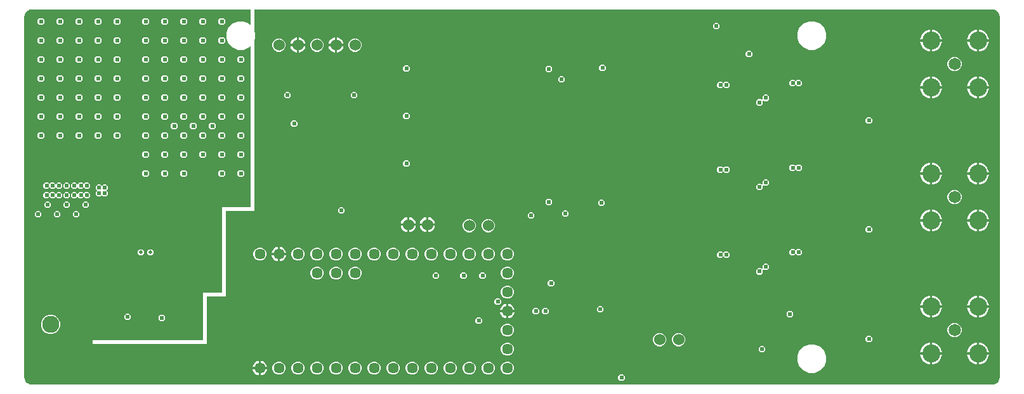
<source format=gbr>
G04 EAGLE Gerber RS-274X export*
G75*
%MOMM*%
%FSLAX34Y34*%
%LPD*%
%INEAGLE Copper Layer 2*%
%IPPOS*%
%AMOC8*
5,1,8,0,0,1.08239X$1,22.5*%
G01*
%ADD10C,2.286000*%
%ADD11C,1.447800*%
%ADD12C,1.524000*%
%ADD13C,1.650000*%
%ADD14C,2.400000*%
%ADD15C,0.604000*%
%ADD16C,0.554000*%
%ADD17C,0.514000*%

G36*
X952539Y773940D02*
X952539Y773940D01*
X952641Y773962D01*
X952743Y773979D01*
X952760Y773988D01*
X952780Y773992D01*
X952869Y774045D01*
X952960Y774094D01*
X952974Y774108D01*
X952991Y774118D01*
X953058Y774197D01*
X953130Y774272D01*
X953138Y774290D01*
X953151Y774305D01*
X953190Y774401D01*
X953233Y774495D01*
X953235Y774515D01*
X953243Y774533D01*
X953261Y774700D01*
X953261Y888239D01*
X990600Y888239D01*
X990620Y888242D01*
X990639Y888240D01*
X990741Y888262D01*
X990843Y888279D01*
X990860Y888288D01*
X990880Y888292D01*
X990969Y888345D01*
X991060Y888394D01*
X991074Y888408D01*
X991091Y888418D01*
X991158Y888497D01*
X991230Y888572D01*
X991238Y888590D01*
X991251Y888605D01*
X991290Y888701D01*
X991333Y888795D01*
X991335Y888815D01*
X991343Y888833D01*
X991361Y889000D01*
X991361Y1102282D01*
X991350Y1102352D01*
X991348Y1102424D01*
X991330Y1102473D01*
X991322Y1102524D01*
X991288Y1102588D01*
X991263Y1102655D01*
X991231Y1102696D01*
X991206Y1102742D01*
X991155Y1102791D01*
X991110Y1102847D01*
X991066Y1102875D01*
X991028Y1102911D01*
X990963Y1102941D01*
X990903Y1102980D01*
X990852Y1102993D01*
X990805Y1103015D01*
X990734Y1103023D01*
X990664Y1103040D01*
X990612Y1103036D01*
X990561Y1103042D01*
X990490Y1103027D01*
X990419Y1103021D01*
X990371Y1103001D01*
X990320Y1102990D01*
X990259Y1102953D01*
X990193Y1102925D01*
X990137Y1102880D01*
X990109Y1102863D01*
X990094Y1102846D01*
X990062Y1102820D01*
X988691Y1101450D01*
X981689Y1098549D01*
X974111Y1098549D01*
X967109Y1101450D01*
X961750Y1106809D01*
X958849Y1113811D01*
X958849Y1121389D01*
X961750Y1128391D01*
X967109Y1133750D01*
X974111Y1136651D01*
X981689Y1136651D01*
X988691Y1133750D01*
X990062Y1132380D01*
X990120Y1132338D01*
X990172Y1132289D01*
X990219Y1132267D01*
X990261Y1132237D01*
X990330Y1132216D01*
X990395Y1132185D01*
X990447Y1132180D01*
X990497Y1132164D01*
X990568Y1132166D01*
X990639Y1132158D01*
X990690Y1132169D01*
X990742Y1132171D01*
X990810Y1132195D01*
X990880Y1132210D01*
X990924Y1132237D01*
X990973Y1132255D01*
X991029Y1132300D01*
X991091Y1132337D01*
X991125Y1132376D01*
X991165Y1132409D01*
X991204Y1132469D01*
X991251Y1132524D01*
X991270Y1132572D01*
X991298Y1132616D01*
X991316Y1132685D01*
X991343Y1132752D01*
X991351Y1132823D01*
X991359Y1132854D01*
X991357Y1132877D01*
X991361Y1132918D01*
X991361Y1151636D01*
X991358Y1151656D01*
X991360Y1151675D01*
X991338Y1151777D01*
X991322Y1151879D01*
X991312Y1151896D01*
X991308Y1151916D01*
X991255Y1152005D01*
X991206Y1152096D01*
X991192Y1152110D01*
X991182Y1152127D01*
X991103Y1152194D01*
X991028Y1152266D01*
X991010Y1152274D01*
X990995Y1152287D01*
X990899Y1152326D01*
X990805Y1152369D01*
X990785Y1152371D01*
X990767Y1152379D01*
X990600Y1152397D01*
X698500Y1152397D01*
X698474Y1152393D01*
X698425Y1152394D01*
X696741Y1152228D01*
X696713Y1152220D01*
X696685Y1152220D01*
X696524Y1152173D01*
X693411Y1150884D01*
X693355Y1150849D01*
X693295Y1150824D01*
X693230Y1150772D01*
X693202Y1150754D01*
X693189Y1150739D01*
X693164Y1150719D01*
X690781Y1148336D01*
X690743Y1148283D01*
X690697Y1148236D01*
X690657Y1148163D01*
X690638Y1148136D01*
X690632Y1148118D01*
X690616Y1148089D01*
X689327Y1144976D01*
X689320Y1144949D01*
X689307Y1144924D01*
X689272Y1144759D01*
X689106Y1143075D01*
X689108Y1143048D01*
X689103Y1143000D01*
X689103Y660400D01*
X689107Y660374D01*
X689106Y660325D01*
X689272Y658641D01*
X689280Y658613D01*
X689280Y658585D01*
X689327Y658424D01*
X690616Y655311D01*
X690651Y655255D01*
X690676Y655195D01*
X690728Y655130D01*
X690746Y655102D01*
X690761Y655089D01*
X690781Y655064D01*
X693164Y652681D01*
X693217Y652643D01*
X693264Y652597D01*
X693337Y652557D01*
X693364Y652538D01*
X693382Y652532D01*
X693411Y652516D01*
X696524Y651227D01*
X696551Y651220D01*
X696576Y651207D01*
X696741Y651172D01*
X698425Y651006D01*
X698452Y651008D01*
X698500Y651003D01*
X1981200Y651003D01*
X1981226Y651007D01*
X1981275Y651006D01*
X1982959Y651172D01*
X1982987Y651180D01*
X1983015Y651180D01*
X1983176Y651227D01*
X1986289Y652516D01*
X1986345Y652551D01*
X1986405Y652576D01*
X1986470Y652628D01*
X1986498Y652646D01*
X1986511Y652661D01*
X1986536Y652681D01*
X1988919Y655064D01*
X1988957Y655117D01*
X1989003Y655164D01*
X1989043Y655237D01*
X1989062Y655264D01*
X1989068Y655282D01*
X1989084Y655311D01*
X1990373Y658424D01*
X1990380Y658451D01*
X1990393Y658476D01*
X1990428Y658641D01*
X1990594Y660325D01*
X1990592Y660352D01*
X1990597Y660400D01*
X1990597Y1143000D01*
X1990593Y1143026D01*
X1990594Y1143075D01*
X1990428Y1144759D01*
X1990420Y1144787D01*
X1990420Y1144815D01*
X1990373Y1144976D01*
X1989084Y1148089D01*
X1989049Y1148145D01*
X1989024Y1148205D01*
X1988972Y1148270D01*
X1988954Y1148298D01*
X1988939Y1148311D01*
X1988919Y1148336D01*
X1986536Y1150719D01*
X1986483Y1150757D01*
X1986436Y1150803D01*
X1986363Y1150843D01*
X1986336Y1150862D01*
X1986318Y1150868D01*
X1986289Y1150884D01*
X1983176Y1152173D01*
X1983149Y1152180D01*
X1983124Y1152193D01*
X1982959Y1152228D01*
X1981275Y1152394D01*
X1981248Y1152392D01*
X1981200Y1152397D01*
X996950Y1152397D01*
X996930Y1152394D01*
X996911Y1152396D01*
X996809Y1152374D01*
X996707Y1152358D01*
X996690Y1152348D01*
X996670Y1152344D01*
X996581Y1152291D01*
X996490Y1152242D01*
X996476Y1152228D01*
X996459Y1152218D01*
X996392Y1152139D01*
X996321Y1152064D01*
X996312Y1152046D01*
X996299Y1152031D01*
X996260Y1151935D01*
X996217Y1151841D01*
X996215Y1151821D01*
X996207Y1151803D01*
X996189Y1151636D01*
X996189Y1123380D01*
X996199Y1123316D01*
X996200Y1123250D01*
X996223Y1123170D01*
X996229Y1123138D01*
X996238Y1123121D01*
X996247Y1123089D01*
X996951Y1121389D01*
X996951Y1113811D01*
X996247Y1112111D01*
X996232Y1112047D01*
X996207Y1111986D01*
X996198Y1111903D01*
X996191Y1111871D01*
X996192Y1111852D01*
X996189Y1111820D01*
X996189Y883411D01*
X958850Y883411D01*
X958830Y883408D01*
X958811Y883410D01*
X958709Y883388D01*
X958607Y883372D01*
X958590Y883362D01*
X958570Y883358D01*
X958481Y883305D01*
X958390Y883256D01*
X958376Y883242D01*
X958359Y883232D01*
X958292Y883153D01*
X958221Y883078D01*
X958212Y883060D01*
X958199Y883045D01*
X958160Y882949D01*
X958117Y882855D01*
X958115Y882835D01*
X958107Y882817D01*
X958089Y882650D01*
X958089Y769111D01*
X933450Y769111D01*
X933430Y769108D01*
X933411Y769110D01*
X933309Y769088D01*
X933207Y769072D01*
X933190Y769062D01*
X933170Y769058D01*
X933081Y769005D01*
X932990Y768956D01*
X932976Y768942D01*
X932959Y768932D01*
X932892Y768853D01*
X932821Y768778D01*
X932812Y768760D01*
X932799Y768745D01*
X932760Y768649D01*
X932717Y768555D01*
X932715Y768535D01*
X932707Y768517D01*
X932689Y768350D01*
X932689Y705611D01*
X780541Y705611D01*
X780541Y710439D01*
X927100Y710439D01*
X927120Y710442D01*
X927139Y710440D01*
X927241Y710462D01*
X927343Y710479D01*
X927360Y710488D01*
X927380Y710492D01*
X927469Y710545D01*
X927560Y710594D01*
X927574Y710608D01*
X927591Y710618D01*
X927658Y710697D01*
X927730Y710772D01*
X927738Y710790D01*
X927751Y710805D01*
X927790Y710901D01*
X927833Y710995D01*
X927835Y711015D01*
X927843Y711033D01*
X927861Y711200D01*
X927861Y773939D01*
X952500Y773939D01*
X952520Y773942D01*
X952539Y773940D01*
G37*
%LPC*%
G36*
X1736111Y1098549D02*
X1736111Y1098549D01*
X1729109Y1101450D01*
X1723750Y1106809D01*
X1720849Y1113811D01*
X1720849Y1121389D01*
X1723750Y1128391D01*
X1729109Y1133750D01*
X1736111Y1136651D01*
X1743689Y1136651D01*
X1750691Y1133750D01*
X1756050Y1128391D01*
X1758951Y1121389D01*
X1758951Y1113811D01*
X1756050Y1106809D01*
X1750691Y1101450D01*
X1743689Y1098549D01*
X1736111Y1098549D01*
G37*
%LPD*%
%LPC*%
G36*
X1736111Y666749D02*
X1736111Y666749D01*
X1729109Y669650D01*
X1723750Y675009D01*
X1720849Y682011D01*
X1720849Y689589D01*
X1723750Y696591D01*
X1729109Y701950D01*
X1736111Y704851D01*
X1743689Y704851D01*
X1750691Y701950D01*
X1756050Y696591D01*
X1758951Y689589D01*
X1758951Y682011D01*
X1756050Y675009D01*
X1750691Y669650D01*
X1743689Y666749D01*
X1736111Y666749D01*
G37*
%LPD*%
%LPC*%
G36*
X721374Y718756D02*
X721374Y718756D01*
X716706Y720689D01*
X713133Y724262D01*
X711199Y728930D01*
X711199Y733983D01*
X713133Y738651D01*
X716706Y742224D01*
X721374Y744157D01*
X726426Y744157D01*
X731094Y742224D01*
X734667Y738651D01*
X736601Y733983D01*
X736601Y728930D01*
X734667Y724262D01*
X731094Y720689D01*
X726426Y718756D01*
X721374Y718756D01*
G37*
%LPD*%
%LPC*%
G36*
X1928506Y1069979D02*
X1928506Y1069979D01*
X1925007Y1071429D01*
X1922329Y1074107D01*
X1920879Y1077606D01*
X1920879Y1081394D01*
X1922329Y1084893D01*
X1925007Y1087571D01*
X1928506Y1089021D01*
X1932294Y1089021D01*
X1935793Y1087571D01*
X1938471Y1084893D01*
X1939921Y1081394D01*
X1939921Y1077606D01*
X1938471Y1074107D01*
X1935793Y1071429D01*
X1932294Y1069979D01*
X1928506Y1069979D01*
G37*
%LPD*%
%LPC*%
G36*
X1928506Y714379D02*
X1928506Y714379D01*
X1925007Y715829D01*
X1922329Y718507D01*
X1920879Y722006D01*
X1920879Y725794D01*
X1922329Y729293D01*
X1925007Y731971D01*
X1928506Y733421D01*
X1932294Y733421D01*
X1935793Y731971D01*
X1938471Y729293D01*
X1939921Y725794D01*
X1939921Y722006D01*
X1938471Y718507D01*
X1935793Y715829D01*
X1932294Y714379D01*
X1928506Y714379D01*
G37*
%LPD*%
%LPC*%
G36*
X1928506Y892179D02*
X1928506Y892179D01*
X1925007Y893629D01*
X1922329Y896307D01*
X1920879Y899806D01*
X1920879Y903594D01*
X1922329Y907093D01*
X1925007Y909771D01*
X1928506Y911221D01*
X1932294Y911221D01*
X1935793Y909771D01*
X1938471Y907093D01*
X1939921Y903594D01*
X1939921Y899806D01*
X1938471Y896307D01*
X1935793Y893629D01*
X1932294Y892179D01*
X1928506Y892179D01*
G37*
%LPD*%
%LPC*%
G36*
X1534932Y702309D02*
X1534932Y702309D01*
X1531664Y703663D01*
X1529163Y706164D01*
X1527809Y709432D01*
X1527809Y712968D01*
X1529163Y716236D01*
X1531664Y718737D01*
X1534932Y720091D01*
X1538468Y720091D01*
X1541736Y718737D01*
X1544237Y716236D01*
X1545591Y712968D01*
X1545591Y709432D01*
X1544237Y706164D01*
X1541736Y703663D01*
X1538468Y702309D01*
X1534932Y702309D01*
G37*
%LPD*%
%LPC*%
G36*
X1026932Y1096009D02*
X1026932Y1096009D01*
X1023664Y1097363D01*
X1021163Y1099864D01*
X1019809Y1103132D01*
X1019809Y1106668D01*
X1021163Y1109936D01*
X1023664Y1112437D01*
X1026932Y1113791D01*
X1030468Y1113791D01*
X1033736Y1112437D01*
X1036237Y1109936D01*
X1037591Y1106668D01*
X1037591Y1103132D01*
X1036237Y1099864D01*
X1033736Y1097363D01*
X1030468Y1096009D01*
X1026932Y1096009D01*
G37*
%LPD*%
%LPC*%
G36*
X1306332Y854709D02*
X1306332Y854709D01*
X1303064Y856063D01*
X1300563Y858564D01*
X1299209Y861832D01*
X1299209Y865368D01*
X1300563Y868636D01*
X1303064Y871137D01*
X1306332Y872491D01*
X1309868Y872491D01*
X1313136Y871137D01*
X1315637Y868636D01*
X1316991Y865368D01*
X1316991Y861832D01*
X1315637Y858564D01*
X1313136Y856063D01*
X1309868Y854709D01*
X1306332Y854709D01*
G37*
%LPD*%
%LPC*%
G36*
X1077732Y1096009D02*
X1077732Y1096009D01*
X1074464Y1097363D01*
X1071963Y1099864D01*
X1070609Y1103132D01*
X1070609Y1106668D01*
X1071963Y1109936D01*
X1074464Y1112437D01*
X1077732Y1113791D01*
X1081268Y1113791D01*
X1084536Y1112437D01*
X1087037Y1109936D01*
X1088391Y1106668D01*
X1088391Y1103132D01*
X1087037Y1099864D01*
X1084536Y1097363D01*
X1081268Y1096009D01*
X1077732Y1096009D01*
G37*
%LPD*%
%LPC*%
G36*
X1128532Y1096009D02*
X1128532Y1096009D01*
X1125264Y1097363D01*
X1122763Y1099864D01*
X1121409Y1103132D01*
X1121409Y1106668D01*
X1122763Y1109936D01*
X1125264Y1112437D01*
X1128532Y1113791D01*
X1132068Y1113791D01*
X1135336Y1112437D01*
X1137837Y1109936D01*
X1139191Y1106668D01*
X1139191Y1103132D01*
X1137837Y1099864D01*
X1135336Y1097363D01*
X1132068Y1096009D01*
X1128532Y1096009D01*
G37*
%LPD*%
%LPC*%
G36*
X1280932Y854709D02*
X1280932Y854709D01*
X1277664Y856063D01*
X1275163Y858564D01*
X1273809Y861832D01*
X1273809Y865368D01*
X1275163Y868636D01*
X1277664Y871137D01*
X1280932Y872491D01*
X1284468Y872491D01*
X1287736Y871137D01*
X1290237Y868636D01*
X1291591Y865368D01*
X1291591Y861832D01*
X1290237Y858564D01*
X1287736Y856063D01*
X1284468Y854709D01*
X1280932Y854709D01*
G37*
%LPD*%
%LPC*%
G36*
X1560332Y702309D02*
X1560332Y702309D01*
X1557064Y703663D01*
X1554563Y706164D01*
X1553209Y709432D01*
X1553209Y712968D01*
X1554563Y716236D01*
X1557064Y718737D01*
X1560332Y720091D01*
X1563868Y720091D01*
X1567136Y718737D01*
X1569637Y716236D01*
X1570991Y712968D01*
X1570991Y709432D01*
X1569637Y706164D01*
X1567136Y703663D01*
X1563868Y702309D01*
X1560332Y702309D01*
G37*
%LPD*%
%LPC*%
G36*
X792416Y916946D02*
X792416Y916946D01*
X792519Y916954D01*
X792622Y916957D01*
X792641Y916964D01*
X792661Y916965D01*
X792756Y917006D01*
X792853Y917041D01*
X792869Y917054D01*
X792887Y917061D01*
X793018Y917166D01*
X794513Y918661D01*
X798067Y918661D01*
X800581Y916147D01*
X800581Y912593D01*
X799086Y911098D01*
X799075Y911082D01*
X799059Y911070D01*
X799028Y911021D01*
X799024Y911017D01*
X799021Y911010D01*
X799003Y910982D01*
X798943Y910899D01*
X798937Y910880D01*
X798926Y910863D01*
X798901Y910762D01*
X798870Y910663D01*
X798871Y910644D01*
X798866Y910624D01*
X798874Y910521D01*
X798877Y910418D01*
X798884Y910399D01*
X798885Y910379D01*
X798926Y910284D01*
X798961Y910187D01*
X798974Y910171D01*
X798981Y910153D01*
X799086Y910022D01*
X800581Y908527D01*
X800581Y904973D01*
X798067Y902459D01*
X794513Y902459D01*
X793018Y903954D01*
X793002Y903965D01*
X792990Y903981D01*
X792902Y904037D01*
X792819Y904097D01*
X792800Y904103D01*
X792783Y904114D01*
X792682Y904139D01*
X792583Y904170D01*
X792564Y904169D01*
X792544Y904174D01*
X792441Y904166D01*
X792338Y904163D01*
X792319Y904156D01*
X792299Y904155D01*
X792204Y904114D01*
X792107Y904079D01*
X792091Y904066D01*
X792073Y904059D01*
X791942Y903954D01*
X790447Y902459D01*
X786893Y902459D01*
X784379Y904973D01*
X784379Y908527D01*
X785874Y910022D01*
X785885Y910038D01*
X785901Y910050D01*
X785957Y910138D01*
X786017Y910221D01*
X786023Y910240D01*
X786034Y910257D01*
X786059Y910358D01*
X786090Y910457D01*
X786089Y910476D01*
X786094Y910496D01*
X786086Y910599D01*
X786083Y910702D01*
X786076Y910721D01*
X786075Y910741D01*
X786034Y910836D01*
X785999Y910933D01*
X785986Y910949D01*
X785979Y910967D01*
X785874Y911098D01*
X784379Y912593D01*
X784379Y916147D01*
X786893Y918661D01*
X790447Y918661D01*
X791942Y917166D01*
X791958Y917155D01*
X791970Y917139D01*
X792058Y917083D01*
X792141Y917023D01*
X792160Y917017D01*
X792177Y917006D01*
X792278Y916981D01*
X792377Y916950D01*
X792396Y916951D01*
X792416Y916946D01*
G37*
%LPD*%
%LPC*%
G36*
X1128607Y664590D02*
X1128607Y664590D01*
X1125480Y665886D01*
X1123086Y668280D01*
X1121790Y671407D01*
X1121790Y674793D01*
X1123086Y677920D01*
X1125480Y680314D01*
X1128607Y681610D01*
X1131993Y681610D01*
X1135120Y680314D01*
X1137514Y677920D01*
X1138810Y674793D01*
X1138810Y671407D01*
X1137514Y668280D01*
X1135120Y665886D01*
X1131993Y664590D01*
X1128607Y664590D01*
G37*
%LPD*%
%LPC*%
G36*
X1103207Y664590D02*
X1103207Y664590D01*
X1100080Y665886D01*
X1097686Y668280D01*
X1096390Y671407D01*
X1096390Y674793D01*
X1097686Y677920D01*
X1100080Y680314D01*
X1103207Y681610D01*
X1106593Y681610D01*
X1109720Y680314D01*
X1112114Y677920D01*
X1113410Y674793D01*
X1113410Y671407D01*
X1112114Y668280D01*
X1109720Y665886D01*
X1106593Y664590D01*
X1103207Y664590D01*
G37*
%LPD*%
%LPC*%
G36*
X1077807Y664590D02*
X1077807Y664590D01*
X1074680Y665886D01*
X1072286Y668280D01*
X1070990Y671407D01*
X1070990Y674793D01*
X1072286Y677920D01*
X1074680Y680314D01*
X1077807Y681610D01*
X1081193Y681610D01*
X1084320Y680314D01*
X1086714Y677920D01*
X1088010Y674793D01*
X1088010Y671407D01*
X1086714Y668280D01*
X1084320Y665886D01*
X1081193Y664590D01*
X1077807Y664590D01*
G37*
%LPD*%
%LPC*%
G36*
X1052407Y664590D02*
X1052407Y664590D01*
X1049280Y665886D01*
X1046886Y668280D01*
X1045590Y671407D01*
X1045590Y674793D01*
X1046886Y677920D01*
X1049280Y680314D01*
X1052407Y681610D01*
X1055793Y681610D01*
X1058920Y680314D01*
X1061314Y677920D01*
X1062610Y674793D01*
X1062610Y671407D01*
X1061314Y668280D01*
X1058920Y665886D01*
X1055793Y664590D01*
X1052407Y664590D01*
G37*
%LPD*%
%LPC*%
G36*
X1052407Y816990D02*
X1052407Y816990D01*
X1049280Y818286D01*
X1046886Y820680D01*
X1045590Y823807D01*
X1045590Y827193D01*
X1046886Y830320D01*
X1049280Y832714D01*
X1052407Y834010D01*
X1055793Y834010D01*
X1058920Y832714D01*
X1061314Y830320D01*
X1062610Y827193D01*
X1062610Y823807D01*
X1061314Y820680D01*
X1058920Y818286D01*
X1055793Y816990D01*
X1052407Y816990D01*
G37*
%LPD*%
%LPC*%
G36*
X1001607Y816990D02*
X1001607Y816990D01*
X998480Y818286D01*
X996086Y820680D01*
X994790Y823807D01*
X994790Y827193D01*
X996086Y830320D01*
X998480Y832714D01*
X1001607Y834010D01*
X1004993Y834010D01*
X1008120Y832714D01*
X1010514Y830320D01*
X1011810Y827193D01*
X1011810Y823807D01*
X1010514Y820680D01*
X1008120Y818286D01*
X1004993Y816990D01*
X1001607Y816990D01*
G37*
%LPD*%
%LPC*%
G36*
X1027007Y664590D02*
X1027007Y664590D01*
X1023880Y665886D01*
X1021486Y668280D01*
X1020190Y671407D01*
X1020190Y674793D01*
X1021486Y677920D01*
X1023880Y680314D01*
X1027007Y681610D01*
X1030393Y681610D01*
X1033520Y680314D01*
X1035914Y677920D01*
X1037210Y674793D01*
X1037210Y671407D01*
X1035914Y668280D01*
X1033520Y665886D01*
X1030393Y664590D01*
X1027007Y664590D01*
G37*
%LPD*%
%LPC*%
G36*
X1331807Y816990D02*
X1331807Y816990D01*
X1328680Y818286D01*
X1326286Y820680D01*
X1324990Y823807D01*
X1324990Y827193D01*
X1326286Y830320D01*
X1328680Y832714D01*
X1331807Y834010D01*
X1335193Y834010D01*
X1338320Y832714D01*
X1340714Y830320D01*
X1342010Y827193D01*
X1342010Y823807D01*
X1340714Y820680D01*
X1338320Y818286D01*
X1335193Y816990D01*
X1331807Y816990D01*
G37*
%LPD*%
%LPC*%
G36*
X1306407Y816990D02*
X1306407Y816990D01*
X1303280Y818286D01*
X1300886Y820680D01*
X1299590Y823807D01*
X1299590Y827193D01*
X1300886Y830320D01*
X1303280Y832714D01*
X1306407Y834010D01*
X1309793Y834010D01*
X1312920Y832714D01*
X1315314Y830320D01*
X1316610Y827193D01*
X1316610Y823807D01*
X1315314Y820680D01*
X1312920Y818286D01*
X1309793Y816990D01*
X1306407Y816990D01*
G37*
%LPD*%
%LPC*%
G36*
X1281007Y816990D02*
X1281007Y816990D01*
X1277880Y818286D01*
X1275486Y820680D01*
X1274190Y823807D01*
X1274190Y827193D01*
X1275486Y830320D01*
X1277880Y832714D01*
X1281007Y834010D01*
X1284393Y834010D01*
X1287520Y832714D01*
X1289914Y830320D01*
X1291210Y827193D01*
X1291210Y823807D01*
X1289914Y820680D01*
X1287520Y818286D01*
X1284393Y816990D01*
X1281007Y816990D01*
G37*
%LPD*%
%LPC*%
G36*
X1128607Y816990D02*
X1128607Y816990D01*
X1125480Y818286D01*
X1123086Y820680D01*
X1121790Y823807D01*
X1121790Y827193D01*
X1123086Y830320D01*
X1125480Y832714D01*
X1128607Y834010D01*
X1131993Y834010D01*
X1135120Y832714D01*
X1137514Y830320D01*
X1138810Y827193D01*
X1138810Y823807D01*
X1137514Y820680D01*
X1135120Y818286D01*
X1131993Y816990D01*
X1128607Y816990D01*
G37*
%LPD*%
%LPC*%
G36*
X1255607Y816990D02*
X1255607Y816990D01*
X1252480Y818286D01*
X1250086Y820680D01*
X1248790Y823807D01*
X1248790Y827193D01*
X1250086Y830320D01*
X1252480Y832714D01*
X1255607Y834010D01*
X1258993Y834010D01*
X1262120Y832714D01*
X1264514Y830320D01*
X1265810Y827193D01*
X1265810Y823807D01*
X1264514Y820680D01*
X1262120Y818286D01*
X1258993Y816990D01*
X1255607Y816990D01*
G37*
%LPD*%
%LPC*%
G36*
X1230207Y816990D02*
X1230207Y816990D01*
X1227080Y818286D01*
X1224686Y820680D01*
X1223390Y823807D01*
X1223390Y827193D01*
X1224686Y830320D01*
X1227080Y832714D01*
X1230207Y834010D01*
X1233593Y834010D01*
X1236720Y832714D01*
X1239114Y830320D01*
X1240410Y827193D01*
X1240410Y823807D01*
X1239114Y820680D01*
X1236720Y818286D01*
X1233593Y816990D01*
X1230207Y816990D01*
G37*
%LPD*%
%LPC*%
G36*
X1204807Y816990D02*
X1204807Y816990D01*
X1201680Y818286D01*
X1199286Y820680D01*
X1197990Y823807D01*
X1197990Y827193D01*
X1199286Y830320D01*
X1201680Y832714D01*
X1204807Y834010D01*
X1208193Y834010D01*
X1211320Y832714D01*
X1213714Y830320D01*
X1215010Y827193D01*
X1215010Y823807D01*
X1213714Y820680D01*
X1211320Y818286D01*
X1208193Y816990D01*
X1204807Y816990D01*
G37*
%LPD*%
%LPC*%
G36*
X1179407Y816990D02*
X1179407Y816990D01*
X1176280Y818286D01*
X1173886Y820680D01*
X1172590Y823807D01*
X1172590Y827193D01*
X1173886Y830320D01*
X1176280Y832714D01*
X1179407Y834010D01*
X1182793Y834010D01*
X1185920Y832714D01*
X1188314Y830320D01*
X1189610Y827193D01*
X1189610Y823807D01*
X1188314Y820680D01*
X1185920Y818286D01*
X1182793Y816990D01*
X1179407Y816990D01*
G37*
%LPD*%
%LPC*%
G36*
X1154007Y816990D02*
X1154007Y816990D01*
X1150880Y818286D01*
X1148486Y820680D01*
X1147190Y823807D01*
X1147190Y827193D01*
X1148486Y830320D01*
X1150880Y832714D01*
X1154007Y834010D01*
X1157393Y834010D01*
X1160520Y832714D01*
X1162914Y830320D01*
X1164210Y827193D01*
X1164210Y823807D01*
X1162914Y820680D01*
X1160520Y818286D01*
X1157393Y816990D01*
X1154007Y816990D01*
G37*
%LPD*%
%LPC*%
G36*
X1103207Y816990D02*
X1103207Y816990D01*
X1100080Y818286D01*
X1097686Y820680D01*
X1096390Y823807D01*
X1096390Y827193D01*
X1097686Y830320D01*
X1100080Y832714D01*
X1103207Y834010D01*
X1106593Y834010D01*
X1109720Y832714D01*
X1112114Y830320D01*
X1113410Y827193D01*
X1113410Y823807D01*
X1112114Y820680D01*
X1109720Y818286D01*
X1106593Y816990D01*
X1103207Y816990D01*
G37*
%LPD*%
%LPC*%
G36*
X1077807Y816990D02*
X1077807Y816990D01*
X1074680Y818286D01*
X1072286Y820680D01*
X1070990Y823807D01*
X1070990Y827193D01*
X1072286Y830320D01*
X1074680Y832714D01*
X1077807Y834010D01*
X1081193Y834010D01*
X1084320Y832714D01*
X1086714Y830320D01*
X1088010Y827193D01*
X1088010Y823807D01*
X1086714Y820680D01*
X1084320Y818286D01*
X1081193Y816990D01*
X1077807Y816990D01*
G37*
%LPD*%
%LPC*%
G36*
X1331807Y791590D02*
X1331807Y791590D01*
X1328680Y792886D01*
X1326286Y795280D01*
X1324990Y798407D01*
X1324990Y801793D01*
X1326286Y804920D01*
X1328680Y807314D01*
X1331807Y808610D01*
X1335193Y808610D01*
X1338320Y807314D01*
X1340714Y804920D01*
X1342010Y801793D01*
X1342010Y798407D01*
X1340714Y795280D01*
X1338320Y792886D01*
X1335193Y791590D01*
X1331807Y791590D01*
G37*
%LPD*%
%LPC*%
G36*
X1103207Y791590D02*
X1103207Y791590D01*
X1100080Y792886D01*
X1097686Y795280D01*
X1096390Y798407D01*
X1096390Y801793D01*
X1097686Y804920D01*
X1100080Y807314D01*
X1103207Y808610D01*
X1106593Y808610D01*
X1109720Y807314D01*
X1112114Y804920D01*
X1113410Y801793D01*
X1113410Y798407D01*
X1112114Y795280D01*
X1109720Y792886D01*
X1106593Y791590D01*
X1103207Y791590D01*
G37*
%LPD*%
%LPC*%
G36*
X1077807Y791590D02*
X1077807Y791590D01*
X1074680Y792886D01*
X1072286Y795280D01*
X1070990Y798407D01*
X1070990Y801793D01*
X1072286Y804920D01*
X1074680Y807314D01*
X1077807Y808610D01*
X1081193Y808610D01*
X1084320Y807314D01*
X1086714Y804920D01*
X1088010Y801793D01*
X1088010Y798407D01*
X1086714Y795280D01*
X1084320Y792886D01*
X1081193Y791590D01*
X1077807Y791590D01*
G37*
%LPD*%
%LPC*%
G36*
X1128607Y791590D02*
X1128607Y791590D01*
X1125480Y792886D01*
X1123086Y795280D01*
X1121790Y798407D01*
X1121790Y801793D01*
X1123086Y804920D01*
X1125480Y807314D01*
X1128607Y808610D01*
X1131993Y808610D01*
X1135120Y807314D01*
X1137514Y804920D01*
X1138810Y801793D01*
X1138810Y798407D01*
X1137514Y795280D01*
X1135120Y792886D01*
X1131993Y791590D01*
X1128607Y791590D01*
G37*
%LPD*%
%LPC*%
G36*
X1331807Y766190D02*
X1331807Y766190D01*
X1328680Y767486D01*
X1326286Y769880D01*
X1324990Y773007D01*
X1324990Y776393D01*
X1326286Y779520D01*
X1328680Y781914D01*
X1331807Y783210D01*
X1335193Y783210D01*
X1338320Y781914D01*
X1340714Y779520D01*
X1342010Y776393D01*
X1342010Y773007D01*
X1340714Y769880D01*
X1338320Y767486D01*
X1335193Y766190D01*
X1331807Y766190D01*
G37*
%LPD*%
%LPC*%
G36*
X1331807Y715390D02*
X1331807Y715390D01*
X1328680Y716686D01*
X1326286Y719080D01*
X1324990Y722207D01*
X1324990Y725593D01*
X1326286Y728720D01*
X1328680Y731114D01*
X1331807Y732410D01*
X1335193Y732410D01*
X1338320Y731114D01*
X1340714Y728720D01*
X1342010Y725593D01*
X1342010Y722207D01*
X1340714Y719080D01*
X1338320Y716686D01*
X1335193Y715390D01*
X1331807Y715390D01*
G37*
%LPD*%
%LPC*%
G36*
X1331807Y689990D02*
X1331807Y689990D01*
X1328680Y691286D01*
X1326286Y693680D01*
X1324990Y696807D01*
X1324990Y700193D01*
X1326286Y703320D01*
X1328680Y705714D01*
X1331807Y707010D01*
X1335193Y707010D01*
X1338320Y705714D01*
X1340714Y703320D01*
X1342010Y700193D01*
X1342010Y696807D01*
X1340714Y693680D01*
X1338320Y691286D01*
X1335193Y689990D01*
X1331807Y689990D01*
G37*
%LPD*%
%LPC*%
G36*
X1331807Y664590D02*
X1331807Y664590D01*
X1328680Y665886D01*
X1326286Y668280D01*
X1324990Y671407D01*
X1324990Y674793D01*
X1326286Y677920D01*
X1328680Y680314D01*
X1331807Y681610D01*
X1335193Y681610D01*
X1338320Y680314D01*
X1340714Y677920D01*
X1342010Y674793D01*
X1342010Y671407D01*
X1340714Y668280D01*
X1338320Y665886D01*
X1335193Y664590D01*
X1331807Y664590D01*
G37*
%LPD*%
%LPC*%
G36*
X1306407Y664590D02*
X1306407Y664590D01*
X1303280Y665886D01*
X1300886Y668280D01*
X1299590Y671407D01*
X1299590Y674793D01*
X1300886Y677920D01*
X1303280Y680314D01*
X1306407Y681610D01*
X1309793Y681610D01*
X1312920Y680314D01*
X1315314Y677920D01*
X1316610Y674793D01*
X1316610Y671407D01*
X1315314Y668280D01*
X1312920Y665886D01*
X1309793Y664590D01*
X1306407Y664590D01*
G37*
%LPD*%
%LPC*%
G36*
X1281007Y664590D02*
X1281007Y664590D01*
X1277880Y665886D01*
X1275486Y668280D01*
X1274190Y671407D01*
X1274190Y674793D01*
X1275486Y677920D01*
X1277880Y680314D01*
X1281007Y681610D01*
X1284393Y681610D01*
X1287520Y680314D01*
X1289914Y677920D01*
X1291210Y674793D01*
X1291210Y671407D01*
X1289914Y668280D01*
X1287520Y665886D01*
X1284393Y664590D01*
X1281007Y664590D01*
G37*
%LPD*%
%LPC*%
G36*
X1255607Y664590D02*
X1255607Y664590D01*
X1252480Y665886D01*
X1250086Y668280D01*
X1248790Y671407D01*
X1248790Y674793D01*
X1250086Y677920D01*
X1252480Y680314D01*
X1255607Y681610D01*
X1258993Y681610D01*
X1262120Y680314D01*
X1264514Y677920D01*
X1265810Y674793D01*
X1265810Y671407D01*
X1264514Y668280D01*
X1262120Y665886D01*
X1258993Y664590D01*
X1255607Y664590D01*
G37*
%LPD*%
%LPC*%
G36*
X1230207Y664590D02*
X1230207Y664590D01*
X1227080Y665886D01*
X1224686Y668280D01*
X1223390Y671407D01*
X1223390Y674793D01*
X1224686Y677920D01*
X1227080Y680314D01*
X1230207Y681610D01*
X1233593Y681610D01*
X1236720Y680314D01*
X1239114Y677920D01*
X1240410Y674793D01*
X1240410Y671407D01*
X1239114Y668280D01*
X1236720Y665886D01*
X1233593Y664590D01*
X1230207Y664590D01*
G37*
%LPD*%
%LPC*%
G36*
X1204807Y664590D02*
X1204807Y664590D01*
X1201680Y665886D01*
X1199286Y668280D01*
X1197990Y671407D01*
X1197990Y674793D01*
X1199286Y677920D01*
X1201680Y680314D01*
X1204807Y681610D01*
X1208193Y681610D01*
X1211320Y680314D01*
X1213714Y677920D01*
X1215010Y674793D01*
X1215010Y671407D01*
X1213714Y668280D01*
X1211320Y665886D01*
X1208193Y664590D01*
X1204807Y664590D01*
G37*
%LPD*%
%LPC*%
G36*
X1179407Y664590D02*
X1179407Y664590D01*
X1176280Y665886D01*
X1173886Y668280D01*
X1172590Y671407D01*
X1172590Y674793D01*
X1173886Y677920D01*
X1176280Y680314D01*
X1179407Y681610D01*
X1182793Y681610D01*
X1185920Y680314D01*
X1188314Y677920D01*
X1189610Y674793D01*
X1189610Y671407D01*
X1188314Y668280D01*
X1185920Y665886D01*
X1182793Y664590D01*
X1179407Y664590D01*
G37*
%LPD*%
%LPC*%
G36*
X1154007Y664590D02*
X1154007Y664590D01*
X1150880Y665886D01*
X1148486Y668280D01*
X1147190Y671407D01*
X1147190Y674793D01*
X1148486Y677920D01*
X1150880Y680314D01*
X1154007Y681610D01*
X1157393Y681610D01*
X1160520Y680314D01*
X1162914Y677920D01*
X1164210Y674793D01*
X1164210Y671407D01*
X1162914Y668280D01*
X1160520Y665886D01*
X1157393Y664590D01*
X1154007Y664590D01*
G37*
%LPD*%
%LPC*%
G36*
X768286Y919516D02*
X768286Y919516D01*
X768389Y919524D01*
X768492Y919527D01*
X768511Y919534D01*
X768531Y919535D01*
X768626Y919576D01*
X768723Y919611D01*
X768739Y919624D01*
X768757Y919631D01*
X768888Y919736D01*
X770383Y921231D01*
X773937Y921231D01*
X776451Y918717D01*
X776451Y915163D01*
X773937Y912649D01*
X770383Y912649D01*
X768888Y914144D01*
X768872Y914155D01*
X768860Y914171D01*
X768772Y914227D01*
X768689Y914287D01*
X768670Y914293D01*
X768653Y914304D01*
X768552Y914329D01*
X768453Y914360D01*
X768434Y914359D01*
X768414Y914364D01*
X768311Y914356D01*
X768208Y914353D01*
X768189Y914346D01*
X768169Y914345D01*
X768074Y914304D01*
X767977Y914269D01*
X767961Y914256D01*
X767943Y914249D01*
X767812Y914144D01*
X766317Y912649D01*
X762763Y912649D01*
X760633Y914779D01*
X760617Y914790D01*
X760605Y914806D01*
X760517Y914862D01*
X760434Y914922D01*
X760415Y914928D01*
X760398Y914939D01*
X760297Y914964D01*
X760198Y914995D01*
X760179Y914994D01*
X760159Y914999D01*
X760056Y914991D01*
X759953Y914988D01*
X759934Y914981D01*
X759914Y914980D01*
X759819Y914939D01*
X759722Y914904D01*
X759706Y914891D01*
X759688Y914884D01*
X759557Y914779D01*
X757427Y912649D01*
X753873Y912649D01*
X751359Y915163D01*
X751359Y918717D01*
X753873Y921231D01*
X757427Y921231D01*
X759557Y919101D01*
X759573Y919090D01*
X759585Y919074D01*
X759673Y919018D01*
X759756Y918958D01*
X759775Y918952D01*
X759792Y918941D01*
X759893Y918916D01*
X759992Y918885D01*
X760011Y918886D01*
X760031Y918881D01*
X760134Y918889D01*
X760237Y918892D01*
X760256Y918899D01*
X760276Y918900D01*
X760371Y918941D01*
X760468Y918976D01*
X760484Y918989D01*
X760502Y918996D01*
X760633Y919101D01*
X762763Y921231D01*
X766317Y921231D01*
X767812Y919736D01*
X767828Y919725D01*
X767840Y919709D01*
X767928Y919653D01*
X768011Y919593D01*
X768030Y919587D01*
X768047Y919576D01*
X768148Y919551D01*
X768247Y919520D01*
X768266Y919521D01*
X768286Y919516D01*
G37*
%LPD*%
%LPC*%
G36*
X760031Y906181D02*
X760031Y906181D01*
X760134Y906189D01*
X760237Y906192D01*
X760256Y906199D01*
X760276Y906200D01*
X760371Y906241D01*
X760468Y906276D01*
X760484Y906289D01*
X760502Y906296D01*
X760633Y906401D01*
X762763Y908531D01*
X766317Y908531D01*
X767812Y907036D01*
X767828Y907025D01*
X767840Y907009D01*
X767928Y906953D01*
X768011Y906893D01*
X768030Y906887D01*
X768047Y906876D01*
X768148Y906851D01*
X768247Y906820D01*
X768266Y906821D01*
X768286Y906816D01*
X768389Y906824D01*
X768492Y906827D01*
X768511Y906834D01*
X768531Y906835D01*
X768626Y906876D01*
X768723Y906911D01*
X768739Y906924D01*
X768757Y906931D01*
X768888Y907036D01*
X770383Y908531D01*
X773937Y908531D01*
X776451Y906017D01*
X776451Y902463D01*
X773937Y899949D01*
X770383Y899949D01*
X768888Y901444D01*
X768872Y901455D01*
X768860Y901471D01*
X768772Y901527D01*
X768689Y901587D01*
X768670Y901593D01*
X768653Y901604D01*
X768552Y901629D01*
X768453Y901660D01*
X768434Y901659D01*
X768414Y901664D01*
X768311Y901656D01*
X768208Y901653D01*
X768189Y901646D01*
X768169Y901645D01*
X768074Y901604D01*
X767977Y901569D01*
X767961Y901556D01*
X767943Y901549D01*
X767812Y901444D01*
X766317Y899949D01*
X762763Y899949D01*
X760633Y902079D01*
X760617Y902090D01*
X760605Y902106D01*
X760517Y902162D01*
X760434Y902222D01*
X760415Y902228D01*
X760398Y902239D01*
X760297Y902264D01*
X760198Y902295D01*
X760179Y902294D01*
X760159Y902299D01*
X760056Y902291D01*
X759953Y902288D01*
X759934Y902281D01*
X759914Y902280D01*
X759819Y902239D01*
X759722Y902204D01*
X759706Y902191D01*
X759688Y902184D01*
X759557Y902079D01*
X757427Y899949D01*
X753873Y899949D01*
X751359Y902463D01*
X751359Y906017D01*
X753873Y908531D01*
X757427Y908531D01*
X759557Y906401D01*
X759573Y906390D01*
X759585Y906374D01*
X759673Y906318D01*
X759756Y906258D01*
X759775Y906252D01*
X759792Y906241D01*
X759893Y906216D01*
X759992Y906185D01*
X760011Y906186D01*
X760031Y906181D01*
G37*
%LPD*%
%LPC*%
G36*
X722772Y919527D02*
X722772Y919527D01*
X722791Y919534D01*
X722811Y919535D01*
X722906Y919576D01*
X723003Y919611D01*
X723019Y919624D01*
X723037Y919631D01*
X723168Y919736D01*
X724663Y921231D01*
X728217Y921231D01*
X730347Y919101D01*
X730363Y919090D01*
X730375Y919074D01*
X730463Y919018D01*
X730546Y918958D01*
X730565Y918952D01*
X730582Y918941D01*
X730683Y918916D01*
X730782Y918885D01*
X730801Y918886D01*
X730821Y918881D01*
X730924Y918889D01*
X731027Y918892D01*
X731046Y918899D01*
X731066Y918900D01*
X731161Y918941D01*
X731258Y918976D01*
X731274Y918989D01*
X731292Y918996D01*
X731423Y919101D01*
X733553Y921231D01*
X737107Y921231D01*
X739621Y918717D01*
X739621Y915163D01*
X737107Y912649D01*
X733553Y912649D01*
X731423Y914779D01*
X731407Y914790D01*
X731395Y914806D01*
X731307Y914862D01*
X731224Y914922D01*
X731205Y914928D01*
X731188Y914939D01*
X731087Y914964D01*
X730988Y914995D01*
X730969Y914994D01*
X730949Y914999D01*
X730846Y914991D01*
X730743Y914988D01*
X730724Y914981D01*
X730704Y914980D01*
X730609Y914939D01*
X730512Y914904D01*
X730496Y914891D01*
X730478Y914884D01*
X730347Y914779D01*
X728217Y912649D01*
X724663Y912649D01*
X723168Y914144D01*
X723152Y914155D01*
X723140Y914171D01*
X723052Y914227D01*
X722969Y914287D01*
X722950Y914293D01*
X722933Y914304D01*
X722832Y914329D01*
X722733Y914360D01*
X722714Y914359D01*
X722694Y914364D01*
X722591Y914356D01*
X722488Y914353D01*
X722469Y914346D01*
X722449Y914345D01*
X722354Y914304D01*
X722257Y914269D01*
X722241Y914256D01*
X722223Y914249D01*
X722092Y914144D01*
X720597Y912649D01*
X717043Y912649D01*
X714529Y915163D01*
X714529Y918717D01*
X717043Y921231D01*
X720597Y921231D01*
X722092Y919736D01*
X722108Y919725D01*
X722120Y919709D01*
X722208Y919653D01*
X722291Y919593D01*
X722310Y919587D01*
X722327Y919576D01*
X722428Y919551D01*
X722527Y919520D01*
X722546Y919521D01*
X722566Y919516D01*
X722669Y919524D01*
X722772Y919527D01*
G37*
%LPD*%
%LPC*%
G36*
X722772Y906827D02*
X722772Y906827D01*
X722791Y906834D01*
X722811Y906835D01*
X722906Y906876D01*
X723003Y906911D01*
X723019Y906924D01*
X723037Y906931D01*
X723168Y907036D01*
X724663Y908531D01*
X728217Y908531D01*
X730347Y906401D01*
X730363Y906390D01*
X730375Y906374D01*
X730463Y906318D01*
X730546Y906258D01*
X730565Y906252D01*
X730582Y906241D01*
X730683Y906216D01*
X730782Y906185D01*
X730801Y906186D01*
X730821Y906181D01*
X730924Y906189D01*
X731027Y906192D01*
X731046Y906199D01*
X731066Y906200D01*
X731161Y906241D01*
X731258Y906276D01*
X731274Y906289D01*
X731292Y906296D01*
X731423Y906401D01*
X733553Y908531D01*
X737107Y908531D01*
X739621Y906017D01*
X739621Y902463D01*
X737107Y899949D01*
X733553Y899949D01*
X731423Y902079D01*
X731407Y902090D01*
X731395Y902106D01*
X731307Y902162D01*
X731224Y902222D01*
X731205Y902228D01*
X731188Y902239D01*
X731087Y902264D01*
X730988Y902295D01*
X730969Y902294D01*
X730949Y902299D01*
X730846Y902291D01*
X730743Y902288D01*
X730724Y902281D01*
X730704Y902280D01*
X730609Y902239D01*
X730512Y902204D01*
X730496Y902191D01*
X730478Y902184D01*
X730347Y902079D01*
X728217Y899949D01*
X724663Y899949D01*
X723168Y901444D01*
X723152Y901455D01*
X723140Y901471D01*
X723052Y901527D01*
X722969Y901587D01*
X722950Y901593D01*
X722933Y901604D01*
X722832Y901629D01*
X722733Y901660D01*
X722714Y901659D01*
X722694Y901664D01*
X722591Y901656D01*
X722488Y901653D01*
X722469Y901646D01*
X722449Y901645D01*
X722354Y901604D01*
X722257Y901569D01*
X722241Y901556D01*
X722223Y901549D01*
X722092Y901444D01*
X720597Y899949D01*
X717043Y899949D01*
X714529Y902463D01*
X714529Y906017D01*
X717043Y908531D01*
X720597Y908531D01*
X722092Y907036D01*
X722108Y907025D01*
X722120Y907009D01*
X722208Y906953D01*
X722291Y906893D01*
X722310Y906887D01*
X722327Y906876D01*
X722428Y906851D01*
X722527Y906820D01*
X722546Y906821D01*
X722566Y906816D01*
X722669Y906824D01*
X722772Y906827D01*
G37*
%LPD*%
%LPC*%
G36*
X1668523Y911009D02*
X1668523Y911009D01*
X1666009Y913523D01*
X1666009Y917077D01*
X1668523Y919591D01*
X1672077Y919591D01*
X1672710Y918958D01*
X1672768Y918916D01*
X1672820Y918867D01*
X1672867Y918845D01*
X1672909Y918815D01*
X1672978Y918794D01*
X1673043Y918763D01*
X1673095Y918758D01*
X1673145Y918742D01*
X1673216Y918744D01*
X1673287Y918736D01*
X1673338Y918747D01*
X1673390Y918749D01*
X1673458Y918773D01*
X1673528Y918789D01*
X1673573Y918815D01*
X1673621Y918833D01*
X1673677Y918878D01*
X1673739Y918915D01*
X1673773Y918954D01*
X1673813Y918987D01*
X1673852Y919047D01*
X1673899Y919102D01*
X1673918Y919150D01*
X1673946Y919194D01*
X1673964Y919263D01*
X1673991Y919330D01*
X1673999Y919401D01*
X1674007Y919432D01*
X1674005Y919456D01*
X1674009Y919497D01*
X1674009Y923077D01*
X1676523Y925591D01*
X1680077Y925591D01*
X1682591Y923077D01*
X1682591Y919523D01*
X1680077Y917009D01*
X1676523Y917009D01*
X1675890Y917642D01*
X1675832Y917684D01*
X1675780Y917733D01*
X1675733Y917755D01*
X1675691Y917785D01*
X1675622Y917806D01*
X1675557Y917837D01*
X1675505Y917842D01*
X1675455Y917858D01*
X1675384Y917856D01*
X1675313Y917864D01*
X1675262Y917853D01*
X1675210Y917851D01*
X1675142Y917827D01*
X1675072Y917811D01*
X1675027Y917785D01*
X1674979Y917767D01*
X1674923Y917722D01*
X1674861Y917685D01*
X1674827Y917646D01*
X1674787Y917613D01*
X1674748Y917553D01*
X1674701Y917498D01*
X1674682Y917450D01*
X1674654Y917406D01*
X1674636Y917337D01*
X1674609Y917270D01*
X1674601Y917199D01*
X1674593Y917168D01*
X1674595Y917144D01*
X1674591Y917103D01*
X1674591Y913523D01*
X1672077Y911009D01*
X1668523Y911009D01*
G37*
%LPD*%
%LPC*%
G36*
X1668523Y1024009D02*
X1668523Y1024009D01*
X1666009Y1026523D01*
X1666009Y1030077D01*
X1668523Y1032591D01*
X1672077Y1032591D01*
X1672710Y1031958D01*
X1672768Y1031916D01*
X1672820Y1031867D01*
X1672867Y1031845D01*
X1672909Y1031815D01*
X1672978Y1031794D01*
X1673043Y1031763D01*
X1673095Y1031758D01*
X1673145Y1031742D01*
X1673216Y1031744D01*
X1673287Y1031736D01*
X1673338Y1031747D01*
X1673390Y1031749D01*
X1673458Y1031773D01*
X1673528Y1031789D01*
X1673573Y1031815D01*
X1673621Y1031833D01*
X1673677Y1031878D01*
X1673739Y1031915D01*
X1673773Y1031954D01*
X1673813Y1031987D01*
X1673852Y1032047D01*
X1673899Y1032102D01*
X1673918Y1032150D01*
X1673946Y1032194D01*
X1673964Y1032263D01*
X1673991Y1032330D01*
X1673999Y1032401D01*
X1674007Y1032432D01*
X1674005Y1032456D01*
X1674009Y1032497D01*
X1674009Y1036077D01*
X1676523Y1038591D01*
X1680077Y1038591D01*
X1682591Y1036077D01*
X1682591Y1032523D01*
X1680077Y1030009D01*
X1676523Y1030009D01*
X1675890Y1030642D01*
X1675832Y1030684D01*
X1675780Y1030733D01*
X1675733Y1030755D01*
X1675691Y1030785D01*
X1675622Y1030806D01*
X1675557Y1030837D01*
X1675505Y1030842D01*
X1675455Y1030858D01*
X1675384Y1030856D01*
X1675313Y1030864D01*
X1675262Y1030853D01*
X1675210Y1030851D01*
X1675142Y1030827D01*
X1675072Y1030811D01*
X1675027Y1030785D01*
X1674979Y1030767D01*
X1674923Y1030722D01*
X1674861Y1030685D01*
X1674827Y1030646D01*
X1674787Y1030613D01*
X1674748Y1030553D01*
X1674701Y1030498D01*
X1674682Y1030450D01*
X1674654Y1030406D01*
X1674636Y1030337D01*
X1674609Y1030270D01*
X1674601Y1030199D01*
X1674593Y1030168D01*
X1674595Y1030144D01*
X1674591Y1030103D01*
X1674591Y1026523D01*
X1672077Y1024009D01*
X1668523Y1024009D01*
G37*
%LPD*%
%LPC*%
G36*
X1668523Y798009D02*
X1668523Y798009D01*
X1666009Y800523D01*
X1666009Y804077D01*
X1668523Y806591D01*
X1672077Y806591D01*
X1672710Y805958D01*
X1672768Y805916D01*
X1672820Y805867D01*
X1672867Y805845D01*
X1672909Y805815D01*
X1672978Y805794D01*
X1673043Y805763D01*
X1673095Y805758D01*
X1673145Y805742D01*
X1673216Y805744D01*
X1673287Y805736D01*
X1673338Y805747D01*
X1673390Y805749D01*
X1673458Y805773D01*
X1673528Y805789D01*
X1673573Y805815D01*
X1673621Y805833D01*
X1673677Y805878D01*
X1673739Y805915D01*
X1673773Y805954D01*
X1673813Y805987D01*
X1673852Y806047D01*
X1673899Y806102D01*
X1673918Y806150D01*
X1673946Y806194D01*
X1673964Y806263D01*
X1673991Y806330D01*
X1673999Y806401D01*
X1674007Y806432D01*
X1674005Y806456D01*
X1674009Y806497D01*
X1674009Y810077D01*
X1676523Y812591D01*
X1680077Y812591D01*
X1682591Y810077D01*
X1682591Y806523D01*
X1680077Y804009D01*
X1676523Y804009D01*
X1675890Y804642D01*
X1675832Y804684D01*
X1675780Y804733D01*
X1675733Y804755D01*
X1675691Y804785D01*
X1675622Y804806D01*
X1675557Y804837D01*
X1675505Y804842D01*
X1675455Y804858D01*
X1675384Y804856D01*
X1675313Y804864D01*
X1675262Y804853D01*
X1675210Y804851D01*
X1675142Y804827D01*
X1675072Y804811D01*
X1675027Y804785D01*
X1674979Y804767D01*
X1674923Y804722D01*
X1674861Y804685D01*
X1674827Y804646D01*
X1674787Y804613D01*
X1674748Y804553D01*
X1674701Y804498D01*
X1674682Y804450D01*
X1674654Y804406D01*
X1674636Y804337D01*
X1674609Y804270D01*
X1674601Y804199D01*
X1674593Y804168D01*
X1674595Y804144D01*
X1674591Y804103D01*
X1674591Y800523D01*
X1672077Y798009D01*
X1668523Y798009D01*
G37*
%LPD*%
%LPC*%
G36*
X1963223Y694123D02*
X1963223Y694123D01*
X1963223Y707081D01*
X1965105Y706783D01*
X1967282Y706075D01*
X1969321Y705036D01*
X1971173Y703691D01*
X1972791Y702073D01*
X1974136Y700221D01*
X1975175Y698182D01*
X1975883Y696005D01*
X1976181Y694123D01*
X1963223Y694123D01*
G37*
%LPD*%
%LPC*%
G36*
X1900623Y934523D02*
X1900623Y934523D01*
X1900623Y947481D01*
X1902505Y947183D01*
X1904682Y946475D01*
X1906721Y945436D01*
X1908573Y944091D01*
X1910191Y942473D01*
X1911536Y940621D01*
X1912575Y938582D01*
X1913283Y936405D01*
X1913581Y934523D01*
X1900623Y934523D01*
G37*
%LPD*%
%LPC*%
G36*
X1963223Y934523D02*
X1963223Y934523D01*
X1963223Y947481D01*
X1965105Y947183D01*
X1967282Y946475D01*
X1969321Y945436D01*
X1971173Y944091D01*
X1972791Y942473D01*
X1974136Y940621D01*
X1975175Y938582D01*
X1975883Y936405D01*
X1976181Y934523D01*
X1963223Y934523D01*
G37*
%LPD*%
%LPC*%
G36*
X1963223Y1049723D02*
X1963223Y1049723D01*
X1963223Y1062681D01*
X1965105Y1062383D01*
X1967282Y1061675D01*
X1969321Y1060636D01*
X1971173Y1059291D01*
X1972791Y1057673D01*
X1974136Y1055821D01*
X1975175Y1053782D01*
X1975883Y1051605D01*
X1976181Y1049723D01*
X1963223Y1049723D01*
G37*
%LPD*%
%LPC*%
G36*
X1900623Y694123D02*
X1900623Y694123D01*
X1900623Y707081D01*
X1902505Y706783D01*
X1904682Y706075D01*
X1906721Y705036D01*
X1908573Y703691D01*
X1910191Y702073D01*
X1911536Y700221D01*
X1912575Y698182D01*
X1913283Y696005D01*
X1913581Y694123D01*
X1900623Y694123D01*
G37*
%LPD*%
%LPC*%
G36*
X1900623Y1049723D02*
X1900623Y1049723D01*
X1900623Y1062681D01*
X1902505Y1062383D01*
X1904682Y1061675D01*
X1906721Y1060636D01*
X1908573Y1059291D01*
X1910191Y1057673D01*
X1911536Y1055821D01*
X1912575Y1053782D01*
X1913283Y1051605D01*
X1913581Y1049723D01*
X1900623Y1049723D01*
G37*
%LPD*%
%LPC*%
G36*
X1963223Y871923D02*
X1963223Y871923D01*
X1963223Y884881D01*
X1965105Y884583D01*
X1967282Y883875D01*
X1969321Y882836D01*
X1971173Y881491D01*
X1972791Y879873D01*
X1974136Y878021D01*
X1975175Y875982D01*
X1975883Y873805D01*
X1976181Y871923D01*
X1963223Y871923D01*
G37*
%LPD*%
%LPC*%
G36*
X1900623Y871923D02*
X1900623Y871923D01*
X1900623Y884881D01*
X1902505Y884583D01*
X1904682Y883875D01*
X1906721Y882836D01*
X1908573Y881491D01*
X1910191Y879873D01*
X1911536Y878021D01*
X1912575Y875982D01*
X1913283Y873805D01*
X1913581Y871923D01*
X1900623Y871923D01*
G37*
%LPD*%
%LPC*%
G36*
X1963223Y1112323D02*
X1963223Y1112323D01*
X1963223Y1125281D01*
X1965105Y1124983D01*
X1967282Y1124275D01*
X1969321Y1123236D01*
X1971173Y1121891D01*
X1972791Y1120273D01*
X1974136Y1118421D01*
X1975175Y1116382D01*
X1975883Y1114205D01*
X1976181Y1112323D01*
X1963223Y1112323D01*
G37*
%LPD*%
%LPC*%
G36*
X1900623Y756723D02*
X1900623Y756723D01*
X1900623Y769681D01*
X1902505Y769383D01*
X1904682Y768675D01*
X1906721Y767636D01*
X1908573Y766291D01*
X1910191Y764673D01*
X1911536Y762821D01*
X1912575Y760782D01*
X1913283Y758605D01*
X1913581Y756723D01*
X1900623Y756723D01*
G37*
%LPD*%
%LPC*%
G36*
X1900623Y1112323D02*
X1900623Y1112323D01*
X1900623Y1125281D01*
X1902505Y1124983D01*
X1904682Y1124275D01*
X1906721Y1123236D01*
X1908573Y1121891D01*
X1910191Y1120273D01*
X1911536Y1118421D01*
X1912575Y1116382D01*
X1913283Y1114205D01*
X1913581Y1112323D01*
X1900623Y1112323D01*
G37*
%LPD*%
%LPC*%
G36*
X1963223Y756723D02*
X1963223Y756723D01*
X1963223Y769681D01*
X1965105Y769383D01*
X1967282Y768675D01*
X1969321Y767636D01*
X1971173Y766291D01*
X1972791Y764673D01*
X1974136Y762821D01*
X1975175Y760782D01*
X1975883Y758605D01*
X1976181Y756723D01*
X1963223Y756723D01*
G37*
%LPD*%
%LPC*%
G36*
X1884619Y934523D02*
X1884619Y934523D01*
X1884917Y936405D01*
X1885625Y938582D01*
X1886664Y940621D01*
X1888009Y942473D01*
X1889627Y944091D01*
X1891479Y945436D01*
X1893518Y946475D01*
X1895695Y947183D01*
X1897577Y947481D01*
X1897577Y934523D01*
X1884619Y934523D01*
G37*
%LPD*%
%LPC*%
G36*
X1947219Y934523D02*
X1947219Y934523D01*
X1947517Y936405D01*
X1948225Y938582D01*
X1949264Y940621D01*
X1950609Y942473D01*
X1952227Y944091D01*
X1954079Y945436D01*
X1956118Y946475D01*
X1958295Y947183D01*
X1960177Y947481D01*
X1960177Y934523D01*
X1947219Y934523D01*
G37*
%LPD*%
%LPC*%
G36*
X1900623Y1109277D02*
X1900623Y1109277D01*
X1913581Y1109277D01*
X1913283Y1107395D01*
X1912575Y1105218D01*
X1911536Y1103179D01*
X1910191Y1101327D01*
X1908573Y1099709D01*
X1906721Y1098364D01*
X1904682Y1097325D01*
X1902505Y1096617D01*
X1900623Y1096319D01*
X1900623Y1109277D01*
G37*
%LPD*%
%LPC*%
G36*
X1884619Y1049723D02*
X1884619Y1049723D01*
X1884917Y1051605D01*
X1885625Y1053782D01*
X1886664Y1055821D01*
X1888009Y1057673D01*
X1889627Y1059291D01*
X1891479Y1060636D01*
X1893518Y1061675D01*
X1895695Y1062383D01*
X1897577Y1062681D01*
X1897577Y1049723D01*
X1884619Y1049723D01*
G37*
%LPD*%
%LPC*%
G36*
X1947219Y1112323D02*
X1947219Y1112323D01*
X1947517Y1114205D01*
X1948225Y1116382D01*
X1949264Y1118421D01*
X1950609Y1120273D01*
X1952227Y1121891D01*
X1954079Y1123236D01*
X1956118Y1124275D01*
X1958295Y1124983D01*
X1960177Y1125281D01*
X1960177Y1112323D01*
X1947219Y1112323D01*
G37*
%LPD*%
%LPC*%
G36*
X1884619Y1112323D02*
X1884619Y1112323D01*
X1884917Y1114205D01*
X1885625Y1116382D01*
X1886664Y1118421D01*
X1888009Y1120273D01*
X1889627Y1121891D01*
X1891479Y1123236D01*
X1893518Y1124275D01*
X1895695Y1124983D01*
X1897577Y1125281D01*
X1897577Y1112323D01*
X1884619Y1112323D01*
G37*
%LPD*%
%LPC*%
G36*
X1963223Y931477D02*
X1963223Y931477D01*
X1976181Y931477D01*
X1975883Y929595D01*
X1975175Y927418D01*
X1974136Y925379D01*
X1972791Y923527D01*
X1971173Y921909D01*
X1969321Y920564D01*
X1967282Y919525D01*
X1965105Y918817D01*
X1963223Y918519D01*
X1963223Y931477D01*
G37*
%LPD*%
%LPC*%
G36*
X1900623Y1046677D02*
X1900623Y1046677D01*
X1913581Y1046677D01*
X1913283Y1044795D01*
X1912575Y1042618D01*
X1911536Y1040579D01*
X1910191Y1038727D01*
X1908573Y1037109D01*
X1906721Y1035764D01*
X1904682Y1034725D01*
X1902505Y1034017D01*
X1900623Y1033719D01*
X1900623Y1046677D01*
G37*
%LPD*%
%LPC*%
G36*
X1963223Y1046677D02*
X1963223Y1046677D01*
X1976181Y1046677D01*
X1975883Y1044795D01*
X1975175Y1042618D01*
X1974136Y1040579D01*
X1972791Y1038727D01*
X1971173Y1037109D01*
X1969321Y1035764D01*
X1967282Y1034725D01*
X1965105Y1034017D01*
X1963223Y1033719D01*
X1963223Y1046677D01*
G37*
%LPD*%
%LPC*%
G36*
X1884619Y871923D02*
X1884619Y871923D01*
X1884917Y873805D01*
X1885625Y875982D01*
X1886664Y878021D01*
X1888009Y879873D01*
X1889627Y881491D01*
X1891479Y882836D01*
X1893518Y883875D01*
X1895695Y884583D01*
X1897577Y884881D01*
X1897577Y871923D01*
X1884619Y871923D01*
G37*
%LPD*%
%LPC*%
G36*
X1963223Y1109277D02*
X1963223Y1109277D01*
X1976181Y1109277D01*
X1975883Y1107395D01*
X1975175Y1105218D01*
X1974136Y1103179D01*
X1972791Y1101327D01*
X1971173Y1099709D01*
X1969321Y1098364D01*
X1967282Y1097325D01*
X1965105Y1096617D01*
X1963223Y1096319D01*
X1963223Y1109277D01*
G37*
%LPD*%
%LPC*%
G36*
X1947219Y756723D02*
X1947219Y756723D01*
X1947517Y758605D01*
X1948225Y760782D01*
X1949264Y762821D01*
X1950609Y764673D01*
X1952227Y766291D01*
X1954079Y767636D01*
X1956118Y768675D01*
X1958295Y769383D01*
X1960177Y769681D01*
X1960177Y756723D01*
X1947219Y756723D01*
G37*
%LPD*%
%LPC*%
G36*
X1900623Y931477D02*
X1900623Y931477D01*
X1913581Y931477D01*
X1913283Y929595D01*
X1912575Y927418D01*
X1911536Y925379D01*
X1910191Y923527D01*
X1908573Y921909D01*
X1906721Y920564D01*
X1904682Y919525D01*
X1902505Y918817D01*
X1900623Y918519D01*
X1900623Y931477D01*
G37*
%LPD*%
%LPC*%
G36*
X1947219Y871923D02*
X1947219Y871923D01*
X1947517Y873805D01*
X1948225Y875982D01*
X1949264Y878021D01*
X1950609Y879873D01*
X1952227Y881491D01*
X1954079Y882836D01*
X1956118Y883875D01*
X1958295Y884583D01*
X1960177Y884881D01*
X1960177Y871923D01*
X1947219Y871923D01*
G37*
%LPD*%
%LPC*%
G36*
X1963223Y868877D02*
X1963223Y868877D01*
X1976181Y868877D01*
X1975883Y866995D01*
X1975175Y864818D01*
X1974136Y862779D01*
X1972791Y860927D01*
X1971173Y859309D01*
X1969321Y857964D01*
X1967282Y856925D01*
X1965105Y856217D01*
X1963223Y855919D01*
X1963223Y868877D01*
G37*
%LPD*%
%LPC*%
G36*
X1900623Y868877D02*
X1900623Y868877D01*
X1913581Y868877D01*
X1913283Y866995D01*
X1912575Y864818D01*
X1911536Y862779D01*
X1910191Y860927D01*
X1908573Y859309D01*
X1906721Y857964D01*
X1904682Y856925D01*
X1902505Y856217D01*
X1900623Y855919D01*
X1900623Y868877D01*
G37*
%LPD*%
%LPC*%
G36*
X1884619Y694123D02*
X1884619Y694123D01*
X1884917Y696005D01*
X1885625Y698182D01*
X1886664Y700221D01*
X1888009Y702073D01*
X1889627Y703691D01*
X1891479Y705036D01*
X1893518Y706075D01*
X1895695Y706783D01*
X1897577Y707081D01*
X1897577Y694123D01*
X1884619Y694123D01*
G37*
%LPD*%
%LPC*%
G36*
X1947219Y694123D02*
X1947219Y694123D01*
X1947517Y696005D01*
X1948225Y698182D01*
X1949264Y700221D01*
X1950609Y702073D01*
X1952227Y703691D01*
X1954079Y705036D01*
X1956118Y706075D01*
X1958295Y706783D01*
X1960177Y707081D01*
X1960177Y694123D01*
X1947219Y694123D01*
G37*
%LPD*%
%LPC*%
G36*
X1900623Y691077D02*
X1900623Y691077D01*
X1913581Y691077D01*
X1913283Y689195D01*
X1912575Y687018D01*
X1911536Y684979D01*
X1910191Y683127D01*
X1908573Y681509D01*
X1906721Y680164D01*
X1904682Y679125D01*
X1902505Y678417D01*
X1900623Y678119D01*
X1900623Y691077D01*
G37*
%LPD*%
%LPC*%
G36*
X1963223Y691077D02*
X1963223Y691077D01*
X1976181Y691077D01*
X1975883Y689195D01*
X1975175Y687018D01*
X1974136Y684979D01*
X1972791Y683127D01*
X1971173Y681509D01*
X1969321Y680164D01*
X1967282Y679125D01*
X1965105Y678417D01*
X1963223Y678119D01*
X1963223Y691077D01*
G37*
%LPD*%
%LPC*%
G36*
X1947219Y1049723D02*
X1947219Y1049723D01*
X1947517Y1051605D01*
X1948225Y1053782D01*
X1949264Y1055821D01*
X1950609Y1057673D01*
X1952227Y1059291D01*
X1954079Y1060636D01*
X1956118Y1061675D01*
X1958295Y1062383D01*
X1960177Y1062681D01*
X1960177Y1049723D01*
X1947219Y1049723D01*
G37*
%LPD*%
%LPC*%
G36*
X1884619Y756723D02*
X1884619Y756723D01*
X1884917Y758605D01*
X1885625Y760782D01*
X1886664Y762821D01*
X1888009Y764673D01*
X1889627Y766291D01*
X1891479Y767636D01*
X1893518Y768675D01*
X1895695Y769383D01*
X1897577Y769681D01*
X1897577Y756723D01*
X1884619Y756723D01*
G37*
%LPD*%
%LPC*%
G36*
X1900623Y753677D02*
X1900623Y753677D01*
X1913581Y753677D01*
X1913283Y751795D01*
X1912575Y749618D01*
X1911536Y747579D01*
X1910191Y745727D01*
X1908573Y744109D01*
X1906721Y742764D01*
X1904682Y741725D01*
X1902505Y741017D01*
X1900623Y740719D01*
X1900623Y753677D01*
G37*
%LPD*%
%LPC*%
G36*
X1963223Y753677D02*
X1963223Y753677D01*
X1976181Y753677D01*
X1975883Y751795D01*
X1975175Y749618D01*
X1974136Y747579D01*
X1972791Y745727D01*
X1971173Y744109D01*
X1969321Y742764D01*
X1967282Y741725D01*
X1965105Y741017D01*
X1963223Y740719D01*
X1963223Y753677D01*
G37*
%LPD*%
%LPC*%
G36*
X1895695Y856217D02*
X1895695Y856217D01*
X1893518Y856925D01*
X1891479Y857964D01*
X1889627Y859309D01*
X1888009Y860927D01*
X1886664Y862779D01*
X1885625Y864818D01*
X1884917Y866995D01*
X1884619Y868877D01*
X1897577Y868877D01*
X1897577Y855919D01*
X1895695Y856217D01*
G37*
%LPD*%
%LPC*%
G36*
X1895695Y918817D02*
X1895695Y918817D01*
X1893518Y919525D01*
X1891479Y920564D01*
X1889627Y921909D01*
X1888009Y923527D01*
X1886664Y925379D01*
X1885625Y927418D01*
X1884917Y929595D01*
X1884619Y931477D01*
X1897577Y931477D01*
X1897577Y918519D01*
X1895695Y918817D01*
G37*
%LPD*%
%LPC*%
G36*
X1895695Y678417D02*
X1895695Y678417D01*
X1893518Y679125D01*
X1891479Y680164D01*
X1889627Y681509D01*
X1888009Y683127D01*
X1886664Y684979D01*
X1885625Y687018D01*
X1884917Y689195D01*
X1884619Y691077D01*
X1897577Y691077D01*
X1897577Y678119D01*
X1895695Y678417D01*
G37*
%LPD*%
%LPC*%
G36*
X1958295Y918817D02*
X1958295Y918817D01*
X1956118Y919525D01*
X1954079Y920564D01*
X1952227Y921909D01*
X1950609Y923527D01*
X1949264Y925379D01*
X1948225Y927418D01*
X1947517Y929595D01*
X1947219Y931477D01*
X1960177Y931477D01*
X1960177Y918519D01*
X1958295Y918817D01*
G37*
%LPD*%
%LPC*%
G36*
X1958295Y1034017D02*
X1958295Y1034017D01*
X1956118Y1034725D01*
X1954079Y1035764D01*
X1952227Y1037109D01*
X1950609Y1038727D01*
X1949264Y1040579D01*
X1948225Y1042618D01*
X1947517Y1044795D01*
X1947219Y1046677D01*
X1960177Y1046677D01*
X1960177Y1033719D01*
X1958295Y1034017D01*
G37*
%LPD*%
%LPC*%
G36*
X1895695Y1096617D02*
X1895695Y1096617D01*
X1893518Y1097325D01*
X1891479Y1098364D01*
X1889627Y1099709D01*
X1888009Y1101327D01*
X1886664Y1103179D01*
X1885625Y1105218D01*
X1884917Y1107395D01*
X1884619Y1109277D01*
X1897577Y1109277D01*
X1897577Y1096319D01*
X1895695Y1096617D01*
G37*
%LPD*%
%LPC*%
G36*
X1958295Y1096617D02*
X1958295Y1096617D01*
X1956118Y1097325D01*
X1954079Y1098364D01*
X1952227Y1099709D01*
X1950609Y1101327D01*
X1949264Y1103179D01*
X1948225Y1105218D01*
X1947517Y1107395D01*
X1947219Y1109277D01*
X1960177Y1109277D01*
X1960177Y1096319D01*
X1958295Y1096617D01*
G37*
%LPD*%
%LPC*%
G36*
X1895695Y741017D02*
X1895695Y741017D01*
X1893518Y741725D01*
X1891479Y742764D01*
X1889627Y744109D01*
X1888009Y745727D01*
X1886664Y747579D01*
X1885625Y749618D01*
X1884917Y751795D01*
X1884619Y753677D01*
X1897577Y753677D01*
X1897577Y740719D01*
X1895695Y741017D01*
G37*
%LPD*%
%LPC*%
G36*
X1895695Y1034017D02*
X1895695Y1034017D01*
X1893518Y1034725D01*
X1891479Y1035764D01*
X1889627Y1037109D01*
X1888009Y1038727D01*
X1886664Y1040579D01*
X1885625Y1042618D01*
X1884917Y1044795D01*
X1884619Y1046677D01*
X1897577Y1046677D01*
X1897577Y1033719D01*
X1895695Y1034017D01*
G37*
%LPD*%
%LPC*%
G36*
X1958295Y741017D02*
X1958295Y741017D01*
X1956118Y741725D01*
X1954079Y742764D01*
X1952227Y744109D01*
X1950609Y745727D01*
X1949264Y747579D01*
X1948225Y749618D01*
X1947517Y751795D01*
X1947219Y753677D01*
X1960177Y753677D01*
X1960177Y740719D01*
X1958295Y741017D01*
G37*
%LPD*%
%LPC*%
G36*
X1958295Y856217D02*
X1958295Y856217D01*
X1956118Y856925D01*
X1954079Y857964D01*
X1952227Y859309D01*
X1950609Y860927D01*
X1949264Y862779D01*
X1948225Y864818D01*
X1947517Y866995D01*
X1947219Y868877D01*
X1960177Y868877D01*
X1960177Y855919D01*
X1958295Y856217D01*
G37*
%LPD*%
%LPC*%
G36*
X1958295Y678417D02*
X1958295Y678417D01*
X1956118Y679125D01*
X1954079Y680164D01*
X1952227Y681509D01*
X1950609Y683127D01*
X1949264Y684979D01*
X1948225Y687018D01*
X1947517Y689195D01*
X1947219Y691077D01*
X1960177Y691077D01*
X1960177Y678119D01*
X1958295Y678417D01*
G37*
%LPD*%
%LPC*%
G36*
X1712723Y936779D02*
X1712723Y936779D01*
X1710209Y939293D01*
X1710209Y942847D01*
X1712723Y945361D01*
X1716277Y945361D01*
X1717772Y943866D01*
X1717788Y943855D01*
X1717800Y943839D01*
X1717888Y943783D01*
X1717971Y943723D01*
X1717990Y943717D01*
X1718007Y943706D01*
X1718108Y943681D01*
X1718207Y943650D01*
X1718226Y943651D01*
X1718246Y943646D01*
X1718349Y943654D01*
X1718452Y943657D01*
X1718471Y943664D01*
X1718491Y943665D01*
X1718586Y943706D01*
X1718683Y943741D01*
X1718699Y943754D01*
X1718717Y943761D01*
X1718848Y943866D01*
X1720343Y945361D01*
X1723897Y945361D01*
X1726411Y942847D01*
X1726411Y939293D01*
X1723897Y936779D01*
X1720343Y936779D01*
X1718848Y938274D01*
X1718832Y938285D01*
X1718820Y938301D01*
X1718732Y938357D01*
X1718649Y938417D01*
X1718630Y938423D01*
X1718613Y938434D01*
X1718512Y938459D01*
X1718413Y938490D01*
X1718394Y938489D01*
X1718374Y938494D01*
X1718271Y938486D01*
X1718168Y938483D01*
X1718149Y938476D01*
X1718129Y938475D01*
X1718034Y938434D01*
X1717937Y938399D01*
X1717921Y938386D01*
X1717903Y938379D01*
X1717772Y938274D01*
X1716277Y936779D01*
X1712723Y936779D01*
G37*
%LPD*%
%LPC*%
G36*
X1616203Y1047269D02*
X1616203Y1047269D01*
X1613689Y1049783D01*
X1613689Y1053337D01*
X1616203Y1055851D01*
X1619757Y1055851D01*
X1621252Y1054356D01*
X1621268Y1054345D01*
X1621280Y1054329D01*
X1621368Y1054273D01*
X1621451Y1054213D01*
X1621470Y1054207D01*
X1621487Y1054196D01*
X1621588Y1054171D01*
X1621687Y1054140D01*
X1621706Y1054141D01*
X1621726Y1054136D01*
X1621829Y1054144D01*
X1621932Y1054147D01*
X1621951Y1054154D01*
X1621971Y1054155D01*
X1622066Y1054196D01*
X1622163Y1054231D01*
X1622179Y1054244D01*
X1622197Y1054251D01*
X1622328Y1054356D01*
X1623823Y1055851D01*
X1627377Y1055851D01*
X1629891Y1053337D01*
X1629891Y1049783D01*
X1627377Y1047269D01*
X1623823Y1047269D01*
X1622328Y1048764D01*
X1622312Y1048775D01*
X1622300Y1048791D01*
X1622212Y1048847D01*
X1622129Y1048907D01*
X1622110Y1048913D01*
X1622093Y1048924D01*
X1621992Y1048949D01*
X1621893Y1048980D01*
X1621874Y1048979D01*
X1621854Y1048984D01*
X1621751Y1048976D01*
X1621648Y1048973D01*
X1621629Y1048966D01*
X1621609Y1048965D01*
X1621514Y1048924D01*
X1621417Y1048889D01*
X1621401Y1048876D01*
X1621383Y1048869D01*
X1621252Y1048764D01*
X1619757Y1047269D01*
X1616203Y1047269D01*
G37*
%LPD*%
%LPC*%
G36*
X1712723Y823749D02*
X1712723Y823749D01*
X1710209Y826263D01*
X1710209Y829817D01*
X1712723Y832331D01*
X1716277Y832331D01*
X1717772Y830836D01*
X1717788Y830825D01*
X1717800Y830809D01*
X1717888Y830753D01*
X1717971Y830693D01*
X1717990Y830687D01*
X1718007Y830676D01*
X1718108Y830651D01*
X1718207Y830620D01*
X1718226Y830621D01*
X1718246Y830616D01*
X1718349Y830624D01*
X1718452Y830627D01*
X1718471Y830634D01*
X1718491Y830635D01*
X1718586Y830676D01*
X1718683Y830711D01*
X1718699Y830724D01*
X1718717Y830731D01*
X1718848Y830836D01*
X1720343Y832331D01*
X1723897Y832331D01*
X1726411Y829817D01*
X1726411Y826263D01*
X1723897Y823749D01*
X1720343Y823749D01*
X1718848Y825244D01*
X1718832Y825255D01*
X1718820Y825271D01*
X1718732Y825327D01*
X1718649Y825387D01*
X1718630Y825393D01*
X1718613Y825404D01*
X1718512Y825429D01*
X1718413Y825460D01*
X1718394Y825459D01*
X1718374Y825464D01*
X1718271Y825456D01*
X1718168Y825453D01*
X1718149Y825446D01*
X1718129Y825445D01*
X1718034Y825404D01*
X1717937Y825369D01*
X1717921Y825356D01*
X1717903Y825349D01*
X1717772Y825244D01*
X1716277Y823749D01*
X1712723Y823749D01*
G37*
%LPD*%
%LPC*%
G36*
X1712723Y1049809D02*
X1712723Y1049809D01*
X1710209Y1052323D01*
X1710209Y1055877D01*
X1712723Y1058391D01*
X1716277Y1058391D01*
X1717772Y1056896D01*
X1717788Y1056885D01*
X1717800Y1056869D01*
X1717888Y1056813D01*
X1717971Y1056753D01*
X1717990Y1056747D01*
X1718007Y1056736D01*
X1718108Y1056711D01*
X1718207Y1056680D01*
X1718226Y1056681D01*
X1718246Y1056676D01*
X1718349Y1056684D01*
X1718452Y1056687D01*
X1718471Y1056694D01*
X1718491Y1056695D01*
X1718586Y1056736D01*
X1718683Y1056771D01*
X1718699Y1056784D01*
X1718717Y1056791D01*
X1718848Y1056896D01*
X1720343Y1058391D01*
X1723897Y1058391D01*
X1726411Y1055877D01*
X1726411Y1052323D01*
X1723897Y1049809D01*
X1720343Y1049809D01*
X1718848Y1051304D01*
X1718832Y1051315D01*
X1718820Y1051331D01*
X1718732Y1051387D01*
X1718649Y1051447D01*
X1718630Y1051453D01*
X1718613Y1051464D01*
X1718512Y1051489D01*
X1718413Y1051520D01*
X1718394Y1051519D01*
X1718374Y1051524D01*
X1718271Y1051516D01*
X1718168Y1051513D01*
X1718149Y1051506D01*
X1718129Y1051505D01*
X1718034Y1051464D01*
X1717937Y1051429D01*
X1717921Y1051416D01*
X1717903Y1051409D01*
X1717772Y1051304D01*
X1716277Y1049809D01*
X1712723Y1049809D01*
G37*
%LPD*%
%LPC*%
G36*
X1616203Y934239D02*
X1616203Y934239D01*
X1613689Y936753D01*
X1613689Y940307D01*
X1616203Y942821D01*
X1619757Y942821D01*
X1621252Y941326D01*
X1621268Y941315D01*
X1621280Y941299D01*
X1621368Y941243D01*
X1621451Y941183D01*
X1621470Y941177D01*
X1621487Y941166D01*
X1621588Y941141D01*
X1621687Y941110D01*
X1621706Y941111D01*
X1621726Y941106D01*
X1621829Y941114D01*
X1621932Y941117D01*
X1621951Y941124D01*
X1621971Y941125D01*
X1622066Y941166D01*
X1622163Y941201D01*
X1622179Y941214D01*
X1622197Y941221D01*
X1622328Y941326D01*
X1623823Y942821D01*
X1627377Y942821D01*
X1629891Y940307D01*
X1629891Y936753D01*
X1627377Y934239D01*
X1623823Y934239D01*
X1622328Y935734D01*
X1622312Y935745D01*
X1622300Y935761D01*
X1622212Y935817D01*
X1622129Y935877D01*
X1622110Y935883D01*
X1622093Y935894D01*
X1621992Y935919D01*
X1621893Y935950D01*
X1621874Y935949D01*
X1621854Y935954D01*
X1621751Y935946D01*
X1621648Y935943D01*
X1621629Y935936D01*
X1621609Y935935D01*
X1621514Y935894D01*
X1621417Y935859D01*
X1621401Y935846D01*
X1621383Y935839D01*
X1621252Y935734D01*
X1619757Y934239D01*
X1616203Y934239D01*
G37*
%LPD*%
%LPC*%
G36*
X1616203Y820319D02*
X1616203Y820319D01*
X1613689Y822833D01*
X1613689Y826387D01*
X1616203Y828901D01*
X1619757Y828901D01*
X1621252Y827406D01*
X1621268Y827395D01*
X1621280Y827379D01*
X1621368Y827323D01*
X1621451Y827263D01*
X1621470Y827257D01*
X1621487Y827246D01*
X1621588Y827221D01*
X1621687Y827190D01*
X1621706Y827191D01*
X1621726Y827186D01*
X1621829Y827194D01*
X1621932Y827197D01*
X1621951Y827204D01*
X1621971Y827205D01*
X1622066Y827246D01*
X1622163Y827281D01*
X1622179Y827294D01*
X1622197Y827301D01*
X1622328Y827406D01*
X1623823Y828901D01*
X1627377Y828901D01*
X1629891Y826387D01*
X1629891Y822833D01*
X1627377Y820319D01*
X1623823Y820319D01*
X1622328Y821814D01*
X1622312Y821825D01*
X1622300Y821841D01*
X1622212Y821897D01*
X1622129Y821957D01*
X1622110Y821963D01*
X1622093Y821974D01*
X1621992Y821999D01*
X1621893Y822030D01*
X1621874Y822029D01*
X1621854Y822034D01*
X1621751Y822026D01*
X1621648Y822023D01*
X1621629Y822016D01*
X1621609Y822015D01*
X1621514Y821974D01*
X1621417Y821939D01*
X1621401Y821926D01*
X1621383Y821919D01*
X1621252Y821814D01*
X1619757Y820319D01*
X1616203Y820319D01*
G37*
%LPD*%
%LPC*%
G36*
X709423Y1005359D02*
X709423Y1005359D01*
X706909Y1007873D01*
X706909Y1011427D01*
X709423Y1013941D01*
X712977Y1013941D01*
X715491Y1011427D01*
X715491Y1007873D01*
X712977Y1005359D01*
X709423Y1005359D01*
G37*
%LPD*%
%LPC*%
G36*
X976123Y1005359D02*
X976123Y1005359D01*
X973609Y1007873D01*
X973609Y1011427D01*
X976123Y1013941D01*
X979677Y1013941D01*
X982191Y1011427D01*
X982191Y1007873D01*
X979677Y1005359D01*
X976123Y1005359D01*
G37*
%LPD*%
%LPC*%
G36*
X950723Y1005359D02*
X950723Y1005359D01*
X948209Y1007873D01*
X948209Y1011427D01*
X950723Y1013941D01*
X954277Y1013941D01*
X956791Y1011427D01*
X956791Y1007873D01*
X954277Y1005359D01*
X950723Y1005359D01*
G37*
%LPD*%
%LPC*%
G36*
X760223Y1005359D02*
X760223Y1005359D01*
X757709Y1007873D01*
X757709Y1011427D01*
X760223Y1013941D01*
X763777Y1013941D01*
X766291Y1011427D01*
X766291Y1007873D01*
X763777Y1005359D01*
X760223Y1005359D01*
G37*
%LPD*%
%LPC*%
G36*
X785623Y1005359D02*
X785623Y1005359D01*
X783109Y1007873D01*
X783109Y1011427D01*
X785623Y1013941D01*
X789177Y1013941D01*
X791691Y1011427D01*
X791691Y1007873D01*
X789177Y1005359D01*
X785623Y1005359D01*
G37*
%LPD*%
%LPC*%
G36*
X811023Y1005359D02*
X811023Y1005359D01*
X808509Y1007873D01*
X808509Y1011427D01*
X811023Y1013941D01*
X814577Y1013941D01*
X817091Y1011427D01*
X817091Y1007873D01*
X814577Y1005359D01*
X811023Y1005359D01*
G37*
%LPD*%
%LPC*%
G36*
X874523Y1005359D02*
X874523Y1005359D01*
X872009Y1007873D01*
X872009Y1011427D01*
X874523Y1013941D01*
X878077Y1013941D01*
X880591Y1011427D01*
X880591Y1007873D01*
X878077Y1005359D01*
X874523Y1005359D01*
G37*
%LPD*%
%LPC*%
G36*
X899923Y1005359D02*
X899923Y1005359D01*
X897409Y1007873D01*
X897409Y1011427D01*
X899923Y1013941D01*
X903477Y1013941D01*
X905991Y1011427D01*
X905991Y1007873D01*
X903477Y1005359D01*
X899923Y1005359D01*
G37*
%LPD*%
%LPC*%
G36*
X925323Y1005359D02*
X925323Y1005359D01*
X922809Y1007873D01*
X922809Y1011427D01*
X925323Y1013941D01*
X928877Y1013941D01*
X931391Y1011427D01*
X931391Y1007873D01*
X928877Y1005359D01*
X925323Y1005359D01*
G37*
%LPD*%
%LPC*%
G36*
X1814323Y999889D02*
X1814323Y999889D01*
X1811809Y1002403D01*
X1811809Y1005957D01*
X1814323Y1008471D01*
X1817877Y1008471D01*
X1820391Y1005957D01*
X1820391Y1002403D01*
X1817877Y999889D01*
X1814323Y999889D01*
G37*
%LPD*%
%LPC*%
G36*
X1047243Y995809D02*
X1047243Y995809D01*
X1044729Y998323D01*
X1044729Y1001877D01*
X1047243Y1004391D01*
X1050797Y1004391D01*
X1053311Y1001877D01*
X1053311Y998323D01*
X1050797Y995809D01*
X1047243Y995809D01*
G37*
%LPD*%
%LPC*%
G36*
X938023Y992659D02*
X938023Y992659D01*
X935509Y995173D01*
X935509Y998727D01*
X938023Y1001241D01*
X941577Y1001241D01*
X944091Y998727D01*
X944091Y995173D01*
X941577Y992659D01*
X938023Y992659D01*
G37*
%LPD*%
%LPC*%
G36*
X887223Y992659D02*
X887223Y992659D01*
X884709Y995173D01*
X884709Y998727D01*
X887223Y1001241D01*
X890777Y1001241D01*
X893291Y998727D01*
X893291Y995173D01*
X890777Y992659D01*
X887223Y992659D01*
G37*
%LPD*%
%LPC*%
G36*
X912623Y992659D02*
X912623Y992659D01*
X910109Y995173D01*
X910109Y998727D01*
X912623Y1001241D01*
X916177Y1001241D01*
X918691Y998727D01*
X918691Y995173D01*
X916177Y992659D01*
X912623Y992659D01*
G37*
%LPD*%
%LPC*%
G36*
X925323Y979959D02*
X925323Y979959D01*
X922809Y982473D01*
X922809Y986027D01*
X925323Y988541D01*
X928877Y988541D01*
X931391Y986027D01*
X931391Y982473D01*
X928877Y979959D01*
X925323Y979959D01*
G37*
%LPD*%
%LPC*%
G36*
X950723Y979959D02*
X950723Y979959D01*
X948209Y982473D01*
X948209Y986027D01*
X950723Y988541D01*
X954277Y988541D01*
X956791Y986027D01*
X956791Y982473D01*
X954277Y979959D01*
X950723Y979959D01*
G37*
%LPD*%
%LPC*%
G36*
X849123Y979959D02*
X849123Y979959D01*
X846609Y982473D01*
X846609Y986027D01*
X849123Y988541D01*
X852677Y988541D01*
X855191Y986027D01*
X855191Y982473D01*
X852677Y979959D01*
X849123Y979959D01*
G37*
%LPD*%
%LPC*%
G36*
X760223Y979959D02*
X760223Y979959D01*
X757709Y982473D01*
X757709Y986027D01*
X760223Y988541D01*
X763777Y988541D01*
X766291Y986027D01*
X766291Y982473D01*
X763777Y979959D01*
X760223Y979959D01*
G37*
%LPD*%
%LPC*%
G36*
X874523Y979959D02*
X874523Y979959D01*
X872009Y982473D01*
X872009Y986027D01*
X874523Y988541D01*
X878077Y988541D01*
X880591Y986027D01*
X880591Y982473D01*
X878077Y979959D01*
X874523Y979959D01*
G37*
%LPD*%
%LPC*%
G36*
X811023Y979959D02*
X811023Y979959D01*
X808509Y982473D01*
X808509Y986027D01*
X811023Y988541D01*
X814577Y988541D01*
X817091Y986027D01*
X817091Y982473D01*
X814577Y979959D01*
X811023Y979959D01*
G37*
%LPD*%
%LPC*%
G36*
X785623Y979959D02*
X785623Y979959D01*
X783109Y982473D01*
X783109Y986027D01*
X785623Y988541D01*
X789177Y988541D01*
X791691Y986027D01*
X791691Y982473D01*
X789177Y979959D01*
X785623Y979959D01*
G37*
%LPD*%
%LPC*%
G36*
X899923Y979959D02*
X899923Y979959D01*
X897409Y982473D01*
X897409Y986027D01*
X899923Y988541D01*
X903477Y988541D01*
X905991Y986027D01*
X905991Y982473D01*
X903477Y979959D01*
X899923Y979959D01*
G37*
%LPD*%
%LPC*%
G36*
X734823Y979959D02*
X734823Y979959D01*
X732309Y982473D01*
X732309Y986027D01*
X734823Y988541D01*
X738377Y988541D01*
X740891Y986027D01*
X740891Y982473D01*
X738377Y979959D01*
X734823Y979959D01*
G37*
%LPD*%
%LPC*%
G36*
X709423Y979959D02*
X709423Y979959D01*
X706909Y982473D01*
X706909Y986027D01*
X709423Y988541D01*
X712977Y988541D01*
X715491Y986027D01*
X715491Y982473D01*
X712977Y979959D01*
X709423Y979959D01*
G37*
%LPD*%
%LPC*%
G36*
X976123Y979959D02*
X976123Y979959D01*
X973609Y982473D01*
X973609Y986027D01*
X976123Y988541D01*
X979677Y988541D01*
X982191Y986027D01*
X982191Y982473D01*
X979677Y979959D01*
X976123Y979959D01*
G37*
%LPD*%
%LPC*%
G36*
X925323Y954559D02*
X925323Y954559D01*
X922809Y957073D01*
X922809Y960627D01*
X925323Y963141D01*
X928877Y963141D01*
X931391Y960627D01*
X931391Y957073D01*
X928877Y954559D01*
X925323Y954559D01*
G37*
%LPD*%
%LPC*%
G36*
X950723Y954559D02*
X950723Y954559D01*
X948209Y957073D01*
X948209Y960627D01*
X950723Y963141D01*
X954277Y963141D01*
X956791Y960627D01*
X956791Y957073D01*
X954277Y954559D01*
X950723Y954559D01*
G37*
%LPD*%
%LPC*%
G36*
X976123Y954559D02*
X976123Y954559D01*
X973609Y957073D01*
X973609Y960627D01*
X976123Y963141D01*
X979677Y963141D01*
X982191Y960627D01*
X982191Y957073D01*
X979677Y954559D01*
X976123Y954559D01*
G37*
%LPD*%
%LPC*%
G36*
X849123Y954559D02*
X849123Y954559D01*
X846609Y957073D01*
X846609Y960627D01*
X849123Y963141D01*
X852677Y963141D01*
X855191Y960627D01*
X855191Y957073D01*
X852677Y954559D01*
X849123Y954559D01*
G37*
%LPD*%
%LPC*%
G36*
X899923Y954559D02*
X899923Y954559D01*
X897409Y957073D01*
X897409Y960627D01*
X899923Y963141D01*
X903477Y963141D01*
X905991Y960627D01*
X905991Y957073D01*
X903477Y954559D01*
X899923Y954559D01*
G37*
%LPD*%
%LPC*%
G36*
X874523Y954559D02*
X874523Y954559D01*
X872009Y957073D01*
X872009Y960627D01*
X874523Y963141D01*
X878077Y963141D01*
X880591Y960627D01*
X880591Y957073D01*
X878077Y954559D01*
X874523Y954559D01*
G37*
%LPD*%
%LPC*%
G36*
X1197103Y942519D02*
X1197103Y942519D01*
X1194589Y945033D01*
X1194589Y948587D01*
X1197103Y951101D01*
X1200657Y951101D01*
X1203171Y948587D01*
X1203171Y945033D01*
X1200657Y942519D01*
X1197103Y942519D01*
G37*
%LPD*%
%LPC*%
G36*
X899923Y929159D02*
X899923Y929159D01*
X897409Y931673D01*
X897409Y935227D01*
X899923Y937741D01*
X903477Y937741D01*
X905991Y935227D01*
X905991Y931673D01*
X903477Y929159D01*
X899923Y929159D01*
G37*
%LPD*%
%LPC*%
G36*
X849123Y929159D02*
X849123Y929159D01*
X846609Y931673D01*
X846609Y935227D01*
X849123Y937741D01*
X852677Y937741D01*
X855191Y935227D01*
X855191Y931673D01*
X852677Y929159D01*
X849123Y929159D01*
G37*
%LPD*%
%LPC*%
G36*
X874523Y929159D02*
X874523Y929159D01*
X872009Y931673D01*
X872009Y935227D01*
X874523Y937741D01*
X878077Y937741D01*
X880591Y935227D01*
X880591Y931673D01*
X878077Y929159D01*
X874523Y929159D01*
G37*
%LPD*%
%LPC*%
G36*
X849123Y1005359D02*
X849123Y1005359D01*
X846609Y1007873D01*
X846609Y1011427D01*
X849123Y1013941D01*
X852677Y1013941D01*
X855191Y1011427D01*
X855191Y1007873D01*
X852677Y1005359D01*
X849123Y1005359D01*
G37*
%LPD*%
%LPC*%
G36*
X976123Y929159D02*
X976123Y929159D01*
X973609Y931673D01*
X973609Y935227D01*
X976123Y937741D01*
X979677Y937741D01*
X982191Y935227D01*
X982191Y931673D01*
X979677Y929159D01*
X976123Y929159D01*
G37*
%LPD*%
%LPC*%
G36*
X743713Y912649D02*
X743713Y912649D01*
X741199Y915163D01*
X741199Y918717D01*
X743713Y921231D01*
X747267Y921231D01*
X749781Y918717D01*
X749781Y915163D01*
X747267Y912649D01*
X743713Y912649D01*
G37*
%LPD*%
%LPC*%
G36*
X743713Y899949D02*
X743713Y899949D01*
X741199Y902463D01*
X741199Y906017D01*
X743713Y908531D01*
X747267Y908531D01*
X749781Y906017D01*
X749781Y902463D01*
X747267Y899949D01*
X743713Y899949D01*
G37*
%LPD*%
%LPC*%
G36*
X1387323Y891059D02*
X1387323Y891059D01*
X1384809Y893573D01*
X1384809Y897127D01*
X1387323Y899641D01*
X1390877Y899641D01*
X1393391Y897127D01*
X1393391Y893573D01*
X1390877Y891059D01*
X1387323Y891059D01*
G37*
%LPD*%
%LPC*%
G36*
X1457453Y889789D02*
X1457453Y889789D01*
X1454939Y892303D01*
X1454939Y895857D01*
X1457453Y898371D01*
X1461007Y898371D01*
X1463521Y895857D01*
X1463521Y892303D01*
X1461007Y889789D01*
X1457453Y889789D01*
G37*
%LPD*%
%LPC*%
G36*
X718313Y887249D02*
X718313Y887249D01*
X715799Y889763D01*
X715799Y893317D01*
X718313Y895831D01*
X721867Y895831D01*
X724381Y893317D01*
X724381Y889763D01*
X721867Y887249D01*
X718313Y887249D01*
G37*
%LPD*%
%LPC*%
G36*
X769113Y887249D02*
X769113Y887249D01*
X766599Y889763D01*
X766599Y893317D01*
X769113Y895831D01*
X772667Y895831D01*
X775181Y893317D01*
X775181Y889763D01*
X772667Y887249D01*
X769113Y887249D01*
G37*
%LPD*%
%LPC*%
G36*
X743713Y887249D02*
X743713Y887249D01*
X741199Y889763D01*
X741199Y893317D01*
X743713Y895831D01*
X747267Y895831D01*
X749781Y893317D01*
X749781Y889763D01*
X747267Y887249D01*
X743713Y887249D01*
G37*
%LPD*%
%LPC*%
G36*
X1110133Y879629D02*
X1110133Y879629D01*
X1107619Y882143D01*
X1107619Y885697D01*
X1110133Y888211D01*
X1113687Y888211D01*
X1116201Y885697D01*
X1116201Y882143D01*
X1113687Y879629D01*
X1110133Y879629D01*
G37*
%LPD*%
%LPC*%
G36*
X950723Y1132359D02*
X950723Y1132359D01*
X948209Y1134873D01*
X948209Y1138427D01*
X950723Y1140941D01*
X954277Y1140941D01*
X956791Y1138427D01*
X956791Y1134873D01*
X954277Y1132359D01*
X950723Y1132359D01*
G37*
%LPD*%
%LPC*%
G36*
X1409193Y875159D02*
X1409193Y875159D01*
X1406679Y877673D01*
X1406679Y881227D01*
X1409193Y883741D01*
X1412747Y883741D01*
X1415261Y881227D01*
X1415261Y877673D01*
X1412747Y875159D01*
X1409193Y875159D01*
G37*
%LPD*%
%LPC*%
G36*
X756413Y874549D02*
X756413Y874549D01*
X753899Y877063D01*
X753899Y880617D01*
X756413Y883131D01*
X759967Y883131D01*
X762481Y880617D01*
X762481Y877063D01*
X759967Y874549D01*
X756413Y874549D01*
G37*
%LPD*%
%LPC*%
G36*
X731013Y874549D02*
X731013Y874549D01*
X728499Y877063D01*
X728499Y880617D01*
X731013Y883131D01*
X734567Y883131D01*
X737081Y880617D01*
X737081Y877063D01*
X734567Y874549D01*
X731013Y874549D01*
G37*
%LPD*%
%LPC*%
G36*
X705613Y874549D02*
X705613Y874549D01*
X703099Y877063D01*
X703099Y880617D01*
X705613Y883131D01*
X709167Y883131D01*
X711681Y880617D01*
X711681Y877063D01*
X709167Y874549D01*
X705613Y874549D01*
G37*
%LPD*%
%LPC*%
G36*
X1363473Y872669D02*
X1363473Y872669D01*
X1360959Y875183D01*
X1360959Y878737D01*
X1363473Y881251D01*
X1367027Y881251D01*
X1369541Y878737D01*
X1369541Y875183D01*
X1367027Y872669D01*
X1363473Y872669D01*
G37*
%LPD*%
%LPC*%
G36*
X950723Y929159D02*
X950723Y929159D01*
X948209Y931673D01*
X948209Y935227D01*
X950723Y937741D01*
X954277Y937741D01*
X956791Y935227D01*
X956791Y931673D01*
X954277Y929159D01*
X950723Y929159D01*
G37*
%LPD*%
%LPC*%
G36*
X925323Y1132359D02*
X925323Y1132359D01*
X922809Y1134873D01*
X922809Y1138427D01*
X925323Y1140941D01*
X928877Y1140941D01*
X931391Y1138427D01*
X931391Y1134873D01*
X928877Y1132359D01*
X925323Y1132359D01*
G37*
%LPD*%
%LPC*%
G36*
X709423Y1132359D02*
X709423Y1132359D01*
X706909Y1134873D01*
X706909Y1138427D01*
X709423Y1140941D01*
X712977Y1140941D01*
X715491Y1138427D01*
X715491Y1134873D01*
X712977Y1132359D01*
X709423Y1132359D01*
G37*
%LPD*%
%LPC*%
G36*
X874523Y1132359D02*
X874523Y1132359D01*
X872009Y1134873D01*
X872009Y1138427D01*
X874523Y1140941D01*
X878077Y1140941D01*
X880591Y1138427D01*
X880591Y1134873D01*
X878077Y1132359D01*
X874523Y1132359D01*
G37*
%LPD*%
%LPC*%
G36*
X849123Y1132359D02*
X849123Y1132359D01*
X846609Y1134873D01*
X846609Y1138427D01*
X849123Y1140941D01*
X852677Y1140941D01*
X855191Y1138427D01*
X855191Y1134873D01*
X852677Y1132359D01*
X849123Y1132359D01*
G37*
%LPD*%
%LPC*%
G36*
X811023Y1132359D02*
X811023Y1132359D01*
X808509Y1134873D01*
X808509Y1138427D01*
X811023Y1140941D01*
X814577Y1140941D01*
X817091Y1138427D01*
X817091Y1134873D01*
X814577Y1132359D01*
X811023Y1132359D01*
G37*
%LPD*%
%LPC*%
G36*
X1814323Y854229D02*
X1814323Y854229D01*
X1811809Y856743D01*
X1811809Y860297D01*
X1814323Y862811D01*
X1817877Y862811D01*
X1820391Y860297D01*
X1820391Y856743D01*
X1817877Y854229D01*
X1814323Y854229D01*
G37*
%LPD*%
%LPC*%
G36*
X785623Y1132359D02*
X785623Y1132359D01*
X783109Y1134873D01*
X783109Y1138427D01*
X785623Y1140941D01*
X789177Y1140941D01*
X791691Y1138427D01*
X791691Y1134873D01*
X789177Y1132359D01*
X785623Y1132359D01*
G37*
%LPD*%
%LPC*%
G36*
X760223Y1132359D02*
X760223Y1132359D01*
X757709Y1134873D01*
X757709Y1138427D01*
X760223Y1140941D01*
X763777Y1140941D01*
X766291Y1138427D01*
X766291Y1134873D01*
X763777Y1132359D01*
X760223Y1132359D01*
G37*
%LPD*%
%LPC*%
G36*
X899923Y1132359D02*
X899923Y1132359D01*
X897409Y1134873D01*
X897409Y1138427D01*
X899923Y1140941D01*
X903477Y1140941D01*
X905991Y1138427D01*
X905991Y1134873D01*
X903477Y1132359D01*
X899923Y1132359D01*
G37*
%LPD*%
%LPC*%
G36*
X734823Y1132359D02*
X734823Y1132359D01*
X732309Y1134873D01*
X732309Y1138427D01*
X734823Y1140941D01*
X738377Y1140941D01*
X740891Y1138427D01*
X740891Y1134873D01*
X738377Y1132359D01*
X734823Y1132359D01*
G37*
%LPD*%
%LPC*%
G36*
X1610783Y1126009D02*
X1610783Y1126009D01*
X1608269Y1128523D01*
X1608269Y1132077D01*
X1610783Y1134591D01*
X1614337Y1134591D01*
X1616851Y1132077D01*
X1616851Y1128523D01*
X1614337Y1126009D01*
X1610783Y1126009D01*
G37*
%LPD*%
%LPC*%
G36*
X811023Y1106959D02*
X811023Y1106959D01*
X808509Y1109473D01*
X808509Y1113027D01*
X811023Y1115541D01*
X814577Y1115541D01*
X817091Y1113027D01*
X817091Y1109473D01*
X814577Y1106959D01*
X811023Y1106959D01*
G37*
%LPD*%
%LPC*%
G36*
X785623Y1106959D02*
X785623Y1106959D01*
X783109Y1109473D01*
X783109Y1113027D01*
X785623Y1115541D01*
X789177Y1115541D01*
X791691Y1113027D01*
X791691Y1109473D01*
X789177Y1106959D01*
X785623Y1106959D01*
G37*
%LPD*%
%LPC*%
G36*
X734823Y1106959D02*
X734823Y1106959D01*
X732309Y1109473D01*
X732309Y1113027D01*
X734823Y1115541D01*
X738377Y1115541D01*
X740891Y1113027D01*
X740891Y1109473D01*
X738377Y1106959D01*
X734823Y1106959D01*
G37*
%LPD*%
%LPC*%
G36*
X709423Y1106959D02*
X709423Y1106959D01*
X706909Y1109473D01*
X706909Y1113027D01*
X709423Y1115541D01*
X712977Y1115541D01*
X715491Y1113027D01*
X715491Y1109473D01*
X712977Y1106959D01*
X709423Y1106959D01*
G37*
%LPD*%
%LPC*%
G36*
X950723Y1106959D02*
X950723Y1106959D01*
X948209Y1109473D01*
X948209Y1113027D01*
X950723Y1115541D01*
X954277Y1115541D01*
X956791Y1113027D01*
X956791Y1109473D01*
X954277Y1106959D01*
X950723Y1106959D01*
G37*
%LPD*%
%LPC*%
G36*
X925323Y1106959D02*
X925323Y1106959D01*
X922809Y1109473D01*
X922809Y1113027D01*
X925323Y1115541D01*
X928877Y1115541D01*
X931391Y1113027D01*
X931391Y1109473D01*
X928877Y1106959D01*
X925323Y1106959D01*
G37*
%LPD*%
%LPC*%
G36*
X760223Y1106959D02*
X760223Y1106959D01*
X757709Y1109473D01*
X757709Y1113027D01*
X760223Y1115541D01*
X763777Y1115541D01*
X766291Y1113027D01*
X766291Y1109473D01*
X763777Y1106959D01*
X760223Y1106959D01*
G37*
%LPD*%
%LPC*%
G36*
X899923Y1106959D02*
X899923Y1106959D01*
X897409Y1109473D01*
X897409Y1113027D01*
X899923Y1115541D01*
X903477Y1115541D01*
X905991Y1113027D01*
X905991Y1109473D01*
X903477Y1106959D01*
X899923Y1106959D01*
G37*
%LPD*%
%LPC*%
G36*
X874523Y1106959D02*
X874523Y1106959D01*
X872009Y1109473D01*
X872009Y1113027D01*
X874523Y1115541D01*
X878077Y1115541D01*
X880591Y1113027D01*
X880591Y1109473D01*
X878077Y1106959D01*
X874523Y1106959D01*
G37*
%LPD*%
%LPC*%
G36*
X849123Y1106959D02*
X849123Y1106959D01*
X846609Y1109473D01*
X846609Y1113027D01*
X849123Y1115541D01*
X852677Y1115541D01*
X855191Y1113027D01*
X855191Y1109473D01*
X852677Y1106959D01*
X849123Y1106959D01*
G37*
%LPD*%
%LPC*%
G36*
X1654293Y1088689D02*
X1654293Y1088689D01*
X1651779Y1091203D01*
X1651779Y1094757D01*
X1654293Y1097271D01*
X1657847Y1097271D01*
X1660361Y1094757D01*
X1660361Y1091203D01*
X1657847Y1088689D01*
X1654293Y1088689D01*
G37*
%LPD*%
%LPC*%
G36*
X811023Y1081559D02*
X811023Y1081559D01*
X808509Y1084073D01*
X808509Y1087627D01*
X811023Y1090141D01*
X814577Y1090141D01*
X817091Y1087627D01*
X817091Y1084073D01*
X814577Y1081559D01*
X811023Y1081559D01*
G37*
%LPD*%
%LPC*%
G36*
X849123Y1081559D02*
X849123Y1081559D01*
X846609Y1084073D01*
X846609Y1087627D01*
X849123Y1090141D01*
X852677Y1090141D01*
X855191Y1087627D01*
X855191Y1084073D01*
X852677Y1081559D01*
X849123Y1081559D01*
G37*
%LPD*%
%LPC*%
G36*
X874523Y1081559D02*
X874523Y1081559D01*
X872009Y1084073D01*
X872009Y1087627D01*
X874523Y1090141D01*
X878077Y1090141D01*
X880591Y1087627D01*
X880591Y1084073D01*
X878077Y1081559D01*
X874523Y1081559D01*
G37*
%LPD*%
%LPC*%
G36*
X760223Y1081559D02*
X760223Y1081559D01*
X757709Y1084073D01*
X757709Y1087627D01*
X760223Y1090141D01*
X763777Y1090141D01*
X766291Y1087627D01*
X766291Y1084073D01*
X763777Y1081559D01*
X760223Y1081559D01*
G37*
%LPD*%
%LPC*%
G36*
X709423Y1081559D02*
X709423Y1081559D01*
X706909Y1084073D01*
X706909Y1087627D01*
X709423Y1090141D01*
X712977Y1090141D01*
X715491Y1087627D01*
X715491Y1084073D01*
X712977Y1081559D01*
X709423Y1081559D01*
G37*
%LPD*%
%LPC*%
G36*
X1298703Y792609D02*
X1298703Y792609D01*
X1296189Y795123D01*
X1296189Y798677D01*
X1298703Y801191D01*
X1302257Y801191D01*
X1304771Y798677D01*
X1304771Y795123D01*
X1302257Y792609D01*
X1298703Y792609D01*
G37*
%LPD*%
%LPC*%
G36*
X1273303Y792609D02*
X1273303Y792609D01*
X1270789Y795123D01*
X1270789Y798677D01*
X1273303Y801191D01*
X1276857Y801191D01*
X1279371Y798677D01*
X1279371Y795123D01*
X1276857Y792609D01*
X1273303Y792609D01*
G37*
%LPD*%
%LPC*%
G36*
X1236473Y792609D02*
X1236473Y792609D01*
X1233959Y795123D01*
X1233959Y798677D01*
X1236473Y801191D01*
X1240027Y801191D01*
X1242541Y798677D01*
X1242541Y795123D01*
X1240027Y792609D01*
X1236473Y792609D01*
G37*
%LPD*%
%LPC*%
G36*
X1390143Y782449D02*
X1390143Y782449D01*
X1387629Y784963D01*
X1387629Y788517D01*
X1390143Y791031D01*
X1393697Y791031D01*
X1396211Y788517D01*
X1396211Y784963D01*
X1393697Y782449D01*
X1390143Y782449D01*
G37*
%LPD*%
%LPC*%
G36*
X734823Y1081559D02*
X734823Y1081559D01*
X732309Y1084073D01*
X732309Y1087627D01*
X734823Y1090141D01*
X738377Y1090141D01*
X740891Y1087627D01*
X740891Y1084073D01*
X738377Y1081559D01*
X734823Y1081559D01*
G37*
%LPD*%
%LPC*%
G36*
X785623Y1081559D02*
X785623Y1081559D01*
X783109Y1084073D01*
X783109Y1087627D01*
X785623Y1090141D01*
X789177Y1090141D01*
X791691Y1087627D01*
X791691Y1084073D01*
X789177Y1081559D01*
X785623Y1081559D01*
G37*
%LPD*%
%LPC*%
G36*
X976123Y1081559D02*
X976123Y1081559D01*
X973609Y1084073D01*
X973609Y1087627D01*
X976123Y1090141D01*
X979677Y1090141D01*
X982191Y1087627D01*
X982191Y1084073D01*
X979677Y1081559D01*
X976123Y1081559D01*
G37*
%LPD*%
%LPC*%
G36*
X950723Y1081559D02*
X950723Y1081559D01*
X948209Y1084073D01*
X948209Y1087627D01*
X950723Y1090141D01*
X954277Y1090141D01*
X956791Y1087627D01*
X956791Y1084073D01*
X954277Y1081559D01*
X950723Y1081559D01*
G37*
%LPD*%
%LPC*%
G36*
X925323Y1081559D02*
X925323Y1081559D01*
X922809Y1084073D01*
X922809Y1087627D01*
X925323Y1090141D01*
X928877Y1090141D01*
X931391Y1087627D01*
X931391Y1084073D01*
X928877Y1081559D01*
X925323Y1081559D01*
G37*
%LPD*%
%LPC*%
G36*
X1319023Y757709D02*
X1319023Y757709D01*
X1316509Y760223D01*
X1316509Y763777D01*
X1319023Y766291D01*
X1322577Y766291D01*
X1325091Y763777D01*
X1325091Y760223D01*
X1322577Y757709D01*
X1319023Y757709D01*
G37*
%LPD*%
%LPC*%
G36*
X1455523Y747549D02*
X1455523Y747549D01*
X1453009Y750063D01*
X1453009Y753617D01*
X1455523Y756131D01*
X1459077Y756131D01*
X1461591Y753617D01*
X1461591Y750063D01*
X1459077Y747549D01*
X1455523Y747549D01*
G37*
%LPD*%
%LPC*%
G36*
X899923Y1081559D02*
X899923Y1081559D01*
X897409Y1084073D01*
X897409Y1087627D01*
X899923Y1090141D01*
X903477Y1090141D01*
X905991Y1087627D01*
X905991Y1084073D01*
X903477Y1081559D01*
X899923Y1081559D01*
G37*
%LPD*%
%LPC*%
G36*
X1458723Y1070129D02*
X1458723Y1070129D01*
X1456209Y1072643D01*
X1456209Y1076197D01*
X1458723Y1078711D01*
X1462277Y1078711D01*
X1464791Y1076197D01*
X1464791Y1072643D01*
X1462277Y1070129D01*
X1458723Y1070129D01*
G37*
%LPD*%
%LPC*%
G36*
X1197103Y1069519D02*
X1197103Y1069519D01*
X1194589Y1072033D01*
X1194589Y1075587D01*
X1197103Y1078101D01*
X1200657Y1078101D01*
X1203171Y1075587D01*
X1203171Y1072033D01*
X1200657Y1069519D01*
X1197103Y1069519D01*
G37*
%LPD*%
%LPC*%
G36*
X1387323Y1068859D02*
X1387323Y1068859D01*
X1384809Y1071373D01*
X1384809Y1074927D01*
X1387323Y1077441D01*
X1390877Y1077441D01*
X1393391Y1074927D01*
X1393391Y1071373D01*
X1390877Y1068859D01*
X1387323Y1068859D01*
G37*
%LPD*%
%LPC*%
G36*
X1369823Y745009D02*
X1369823Y745009D01*
X1367309Y747523D01*
X1367309Y751077D01*
X1369823Y753591D01*
X1373377Y753591D01*
X1375891Y751077D01*
X1375891Y747523D01*
X1373377Y745009D01*
X1369823Y745009D01*
G37*
%LPD*%
%LPC*%
G36*
X1382523Y745009D02*
X1382523Y745009D01*
X1380009Y747523D01*
X1380009Y751077D01*
X1382523Y753591D01*
X1386077Y753591D01*
X1388591Y751077D01*
X1388591Y747523D01*
X1386077Y745009D01*
X1382523Y745009D01*
G37*
%LPD*%
%LPC*%
G36*
X1708913Y741199D02*
X1708913Y741199D01*
X1706399Y743713D01*
X1706399Y747267D01*
X1708913Y749781D01*
X1712467Y749781D01*
X1714981Y747267D01*
X1714981Y743713D01*
X1712467Y741199D01*
X1708913Y741199D01*
G37*
%LPD*%
%LPC*%
G36*
X824993Y737389D02*
X824993Y737389D01*
X822479Y739903D01*
X822479Y743457D01*
X824993Y745971D01*
X828547Y745971D01*
X831061Y743457D01*
X831061Y739903D01*
X828547Y737389D01*
X824993Y737389D01*
G37*
%LPD*%
%LPC*%
G36*
X870713Y736119D02*
X870713Y736119D01*
X868199Y738633D01*
X868199Y742187D01*
X870713Y744701D01*
X874267Y744701D01*
X876781Y742187D01*
X876781Y738633D01*
X874267Y736119D01*
X870713Y736119D01*
G37*
%LPD*%
%LPC*%
G36*
X976123Y1056159D02*
X976123Y1056159D01*
X973609Y1058673D01*
X973609Y1062227D01*
X976123Y1064741D01*
X979677Y1064741D01*
X982191Y1062227D01*
X982191Y1058673D01*
X979677Y1056159D01*
X976123Y1056159D01*
G37*
%LPD*%
%LPC*%
G36*
X1293623Y732309D02*
X1293623Y732309D01*
X1291109Y734823D01*
X1291109Y738377D01*
X1293623Y740891D01*
X1297177Y740891D01*
X1299691Y738377D01*
X1299691Y734823D01*
X1297177Y732309D01*
X1293623Y732309D01*
G37*
%LPD*%
%LPC*%
G36*
X1484123Y656109D02*
X1484123Y656109D01*
X1481609Y658623D01*
X1481609Y662177D01*
X1484123Y664691D01*
X1487677Y664691D01*
X1490191Y662177D01*
X1490191Y658623D01*
X1487677Y656109D01*
X1484123Y656109D01*
G37*
%LPD*%
%LPC*%
G36*
X950723Y1056159D02*
X950723Y1056159D01*
X948209Y1058673D01*
X948209Y1062227D01*
X950723Y1064741D01*
X954277Y1064741D01*
X956791Y1062227D01*
X956791Y1058673D01*
X954277Y1056159D01*
X950723Y1056159D01*
G37*
%LPD*%
%LPC*%
G36*
X925323Y1056159D02*
X925323Y1056159D01*
X922809Y1058673D01*
X922809Y1062227D01*
X925323Y1064741D01*
X928877Y1064741D01*
X931391Y1062227D01*
X931391Y1058673D01*
X928877Y1056159D01*
X925323Y1056159D01*
G37*
%LPD*%
%LPC*%
G36*
X899923Y1056159D02*
X899923Y1056159D01*
X897409Y1058673D01*
X897409Y1062227D01*
X899923Y1064741D01*
X903477Y1064741D01*
X905991Y1062227D01*
X905991Y1058673D01*
X903477Y1056159D01*
X899923Y1056159D01*
G37*
%LPD*%
%LPC*%
G36*
X1814323Y707789D02*
X1814323Y707789D01*
X1811809Y710303D01*
X1811809Y713857D01*
X1814323Y716371D01*
X1817877Y716371D01*
X1820391Y713857D01*
X1820391Y710303D01*
X1817877Y707789D01*
X1814323Y707789D01*
G37*
%LPD*%
%LPC*%
G36*
X874523Y1056159D02*
X874523Y1056159D01*
X872009Y1058673D01*
X872009Y1062227D01*
X874523Y1064741D01*
X878077Y1064741D01*
X880591Y1062227D01*
X880591Y1058673D01*
X878077Y1056159D01*
X874523Y1056159D01*
G37*
%LPD*%
%LPC*%
G36*
X849123Y1056159D02*
X849123Y1056159D01*
X846609Y1058673D01*
X846609Y1062227D01*
X849123Y1064741D01*
X852677Y1064741D01*
X855191Y1062227D01*
X855191Y1058673D01*
X852677Y1056159D01*
X849123Y1056159D01*
G37*
%LPD*%
%LPC*%
G36*
X811023Y1056159D02*
X811023Y1056159D01*
X808509Y1058673D01*
X808509Y1062227D01*
X811023Y1064741D01*
X814577Y1064741D01*
X817091Y1062227D01*
X817091Y1058673D01*
X814577Y1056159D01*
X811023Y1056159D01*
G37*
%LPD*%
%LPC*%
G36*
X785623Y1056159D02*
X785623Y1056159D01*
X783109Y1058673D01*
X783109Y1062227D01*
X785623Y1064741D01*
X789177Y1064741D01*
X791691Y1062227D01*
X791691Y1058673D01*
X789177Y1056159D01*
X785623Y1056159D01*
G37*
%LPD*%
%LPC*%
G36*
X760223Y1056159D02*
X760223Y1056159D01*
X757709Y1058673D01*
X757709Y1062227D01*
X760223Y1064741D01*
X763777Y1064741D01*
X766291Y1062227D01*
X766291Y1058673D01*
X763777Y1056159D01*
X760223Y1056159D01*
G37*
%LPD*%
%LPC*%
G36*
X734823Y1056159D02*
X734823Y1056159D01*
X732309Y1058673D01*
X732309Y1062227D01*
X734823Y1064741D01*
X738377Y1064741D01*
X740891Y1062227D01*
X740891Y1058673D01*
X738377Y1056159D01*
X734823Y1056159D01*
G37*
%LPD*%
%LPC*%
G36*
X1671423Y694209D02*
X1671423Y694209D01*
X1668909Y696723D01*
X1668909Y700277D01*
X1671423Y702791D01*
X1674977Y702791D01*
X1677491Y700277D01*
X1677491Y696723D01*
X1674977Y694209D01*
X1671423Y694209D01*
G37*
%LPD*%
%LPC*%
G36*
X709423Y1056159D02*
X709423Y1056159D01*
X706909Y1058673D01*
X706909Y1062227D01*
X709423Y1064741D01*
X712977Y1064741D01*
X715491Y1062227D01*
X715491Y1058673D01*
X712977Y1056159D01*
X709423Y1056159D01*
G37*
%LPD*%
%LPC*%
G36*
X1404113Y1054889D02*
X1404113Y1054889D01*
X1401599Y1057403D01*
X1401599Y1060957D01*
X1404113Y1063471D01*
X1407667Y1063471D01*
X1410181Y1060957D01*
X1410181Y1057403D01*
X1407667Y1054889D01*
X1404113Y1054889D01*
G37*
%LPD*%
%LPC*%
G36*
X1038353Y1033959D02*
X1038353Y1033959D01*
X1035839Y1036473D01*
X1035839Y1040027D01*
X1038353Y1042541D01*
X1041907Y1042541D01*
X1044421Y1040027D01*
X1044421Y1036473D01*
X1041907Y1033959D01*
X1038353Y1033959D01*
G37*
%LPD*%
%LPC*%
G36*
X1127253Y1033959D02*
X1127253Y1033959D01*
X1124739Y1036473D01*
X1124739Y1040027D01*
X1127253Y1042541D01*
X1130807Y1042541D01*
X1133321Y1040027D01*
X1133321Y1036473D01*
X1130807Y1033959D01*
X1127253Y1033959D01*
G37*
%LPD*%
%LPC*%
G36*
X874523Y1030759D02*
X874523Y1030759D01*
X872009Y1033273D01*
X872009Y1036827D01*
X874523Y1039341D01*
X878077Y1039341D01*
X880591Y1036827D01*
X880591Y1033273D01*
X878077Y1030759D01*
X874523Y1030759D01*
G37*
%LPD*%
%LPC*%
G36*
X734823Y1030759D02*
X734823Y1030759D01*
X732309Y1033273D01*
X732309Y1036827D01*
X734823Y1039341D01*
X738377Y1039341D01*
X740891Y1036827D01*
X740891Y1033273D01*
X738377Y1030759D01*
X734823Y1030759D01*
G37*
%LPD*%
%LPC*%
G36*
X709423Y1030759D02*
X709423Y1030759D01*
X706909Y1033273D01*
X706909Y1036827D01*
X709423Y1039341D01*
X712977Y1039341D01*
X715491Y1036827D01*
X715491Y1033273D01*
X712977Y1030759D01*
X709423Y1030759D01*
G37*
%LPD*%
%LPC*%
G36*
X811023Y1030759D02*
X811023Y1030759D01*
X808509Y1033273D01*
X808509Y1036827D01*
X811023Y1039341D01*
X814577Y1039341D01*
X817091Y1036827D01*
X817091Y1033273D01*
X814577Y1030759D01*
X811023Y1030759D01*
G37*
%LPD*%
%LPC*%
G36*
X760223Y1030759D02*
X760223Y1030759D01*
X757709Y1033273D01*
X757709Y1036827D01*
X760223Y1039341D01*
X763777Y1039341D01*
X766291Y1036827D01*
X766291Y1033273D01*
X763777Y1030759D01*
X760223Y1030759D01*
G37*
%LPD*%
%LPC*%
G36*
X785623Y1030759D02*
X785623Y1030759D01*
X783109Y1033273D01*
X783109Y1036827D01*
X785623Y1039341D01*
X789177Y1039341D01*
X791691Y1036827D01*
X791691Y1033273D01*
X789177Y1030759D01*
X785623Y1030759D01*
G37*
%LPD*%
%LPC*%
G36*
X950723Y1030759D02*
X950723Y1030759D01*
X948209Y1033273D01*
X948209Y1036827D01*
X950723Y1039341D01*
X954277Y1039341D01*
X956791Y1036827D01*
X956791Y1033273D01*
X954277Y1030759D01*
X950723Y1030759D01*
G37*
%LPD*%
%LPC*%
G36*
X925323Y1030759D02*
X925323Y1030759D01*
X922809Y1033273D01*
X922809Y1036827D01*
X925323Y1039341D01*
X928877Y1039341D01*
X931391Y1036827D01*
X931391Y1033273D01*
X928877Y1030759D01*
X925323Y1030759D01*
G37*
%LPD*%
%LPC*%
G36*
X899923Y1030759D02*
X899923Y1030759D01*
X897409Y1033273D01*
X897409Y1036827D01*
X899923Y1039341D01*
X903477Y1039341D01*
X905991Y1036827D01*
X905991Y1033273D01*
X903477Y1030759D01*
X899923Y1030759D01*
G37*
%LPD*%
%LPC*%
G36*
X849123Y1030759D02*
X849123Y1030759D01*
X846609Y1033273D01*
X846609Y1036827D01*
X849123Y1039341D01*
X852677Y1039341D01*
X855191Y1036827D01*
X855191Y1033273D01*
X852677Y1030759D01*
X849123Y1030759D01*
G37*
%LPD*%
%LPC*%
G36*
X976123Y1030759D02*
X976123Y1030759D01*
X973609Y1033273D01*
X973609Y1036827D01*
X976123Y1039341D01*
X979677Y1039341D01*
X982191Y1036827D01*
X982191Y1033273D01*
X979677Y1030759D01*
X976123Y1030759D01*
G37*
%LPD*%
%LPC*%
G36*
X1197103Y1006019D02*
X1197103Y1006019D01*
X1194589Y1008533D01*
X1194589Y1012087D01*
X1197103Y1014601D01*
X1200657Y1014601D01*
X1203171Y1012087D01*
X1203171Y1008533D01*
X1200657Y1006019D01*
X1197103Y1006019D01*
G37*
%LPD*%
%LPC*%
G36*
X734823Y1005359D02*
X734823Y1005359D01*
X732309Y1007873D01*
X732309Y1011427D01*
X734823Y1013941D01*
X738377Y1013941D01*
X740891Y1011427D01*
X740891Y1007873D01*
X738377Y1005359D01*
X734823Y1005359D01*
G37*
%LPD*%
%LPC*%
G36*
X1106423Y1106423D02*
X1106423Y1106423D01*
X1106423Y1114946D01*
X1107279Y1114811D01*
X1108800Y1114316D01*
X1110225Y1113590D01*
X1111519Y1112650D01*
X1112650Y1111519D01*
X1113590Y1110225D01*
X1114316Y1108800D01*
X1114811Y1107279D01*
X1114946Y1106423D01*
X1106423Y1106423D01*
G37*
%LPD*%
%LPC*%
G36*
X1055623Y1106423D02*
X1055623Y1106423D01*
X1055623Y1114946D01*
X1056479Y1114811D01*
X1058000Y1114316D01*
X1059425Y1113590D01*
X1060719Y1112650D01*
X1061850Y1111519D01*
X1062790Y1110225D01*
X1063516Y1108800D01*
X1064011Y1107279D01*
X1064146Y1106423D01*
X1055623Y1106423D01*
G37*
%LPD*%
%LPC*%
G36*
X1228343Y866393D02*
X1228343Y866393D01*
X1228343Y874916D01*
X1229199Y874781D01*
X1230720Y874286D01*
X1232145Y873560D01*
X1233439Y872620D01*
X1234570Y871489D01*
X1235510Y870195D01*
X1236236Y868770D01*
X1236731Y867249D01*
X1236866Y866393D01*
X1228343Y866393D01*
G37*
%LPD*%
%LPC*%
G36*
X1202943Y866393D02*
X1202943Y866393D01*
X1202943Y874916D01*
X1203799Y874781D01*
X1205320Y874286D01*
X1206745Y873560D01*
X1208039Y872620D01*
X1209170Y871489D01*
X1210110Y870195D01*
X1210836Y868770D01*
X1211331Y867249D01*
X1211466Y866393D01*
X1202943Y866393D01*
G37*
%LPD*%
%LPC*%
G36*
X1044054Y1106423D02*
X1044054Y1106423D01*
X1044189Y1107279D01*
X1044684Y1108800D01*
X1045410Y1110225D01*
X1046350Y1111519D01*
X1047481Y1112650D01*
X1048775Y1113590D01*
X1050200Y1114316D01*
X1051721Y1114811D01*
X1052577Y1114946D01*
X1052577Y1106423D01*
X1044054Y1106423D01*
G37*
%LPD*%
%LPC*%
G36*
X1106423Y1103377D02*
X1106423Y1103377D01*
X1114946Y1103377D01*
X1114811Y1102521D01*
X1114316Y1101000D01*
X1113590Y1099575D01*
X1112650Y1098281D01*
X1111519Y1097150D01*
X1110225Y1096210D01*
X1108800Y1095484D01*
X1107279Y1094989D01*
X1106423Y1094854D01*
X1106423Y1103377D01*
G37*
%LPD*%
%LPC*%
G36*
X1094854Y1106423D02*
X1094854Y1106423D01*
X1094989Y1107279D01*
X1095484Y1108800D01*
X1096210Y1110225D01*
X1097150Y1111519D01*
X1098281Y1112650D01*
X1099575Y1113590D01*
X1101000Y1114316D01*
X1102521Y1114811D01*
X1103377Y1114946D01*
X1103377Y1106423D01*
X1094854Y1106423D01*
G37*
%LPD*%
%LPC*%
G36*
X1055623Y1103377D02*
X1055623Y1103377D01*
X1064146Y1103377D01*
X1064011Y1102521D01*
X1063516Y1101000D01*
X1062790Y1099575D01*
X1061850Y1098281D01*
X1060719Y1097150D01*
X1059425Y1096210D01*
X1058000Y1095484D01*
X1056479Y1094989D01*
X1055623Y1094854D01*
X1055623Y1103377D01*
G37*
%LPD*%
%LPC*%
G36*
X1191374Y866393D02*
X1191374Y866393D01*
X1191509Y867249D01*
X1192004Y868770D01*
X1192730Y870195D01*
X1193670Y871489D01*
X1194801Y872620D01*
X1196095Y873560D01*
X1197520Y874286D01*
X1199041Y874781D01*
X1199897Y874916D01*
X1199897Y866393D01*
X1191374Y866393D01*
G37*
%LPD*%
%LPC*%
G36*
X1216774Y866393D02*
X1216774Y866393D01*
X1216909Y867249D01*
X1217404Y868770D01*
X1218130Y870195D01*
X1219070Y871489D01*
X1220201Y872620D01*
X1221495Y873560D01*
X1222920Y874286D01*
X1224441Y874781D01*
X1225297Y874916D01*
X1225297Y866393D01*
X1216774Y866393D01*
G37*
%LPD*%
%LPC*%
G36*
X1202943Y863347D02*
X1202943Y863347D01*
X1211466Y863347D01*
X1211331Y862491D01*
X1210836Y860970D01*
X1210110Y859545D01*
X1209170Y858251D01*
X1208039Y857120D01*
X1206745Y856180D01*
X1205320Y855454D01*
X1203799Y854959D01*
X1202943Y854824D01*
X1202943Y863347D01*
G37*
%LPD*%
%LPC*%
G36*
X1228343Y863347D02*
X1228343Y863347D01*
X1236866Y863347D01*
X1236731Y862491D01*
X1236236Y860970D01*
X1235510Y859545D01*
X1234570Y858251D01*
X1233439Y857120D01*
X1232145Y856180D01*
X1230720Y855454D01*
X1229199Y854959D01*
X1228343Y854824D01*
X1228343Y863347D01*
G37*
%LPD*%
%LPC*%
G36*
X1102521Y1094989D02*
X1102521Y1094989D01*
X1101000Y1095484D01*
X1099575Y1096210D01*
X1098281Y1097150D01*
X1097150Y1098281D01*
X1096210Y1099575D01*
X1095484Y1101000D01*
X1094989Y1102521D01*
X1094854Y1103377D01*
X1103377Y1103377D01*
X1103377Y1094854D01*
X1102521Y1094989D01*
G37*
%LPD*%
%LPC*%
G36*
X1051721Y1094989D02*
X1051721Y1094989D01*
X1050200Y1095484D01*
X1048775Y1096210D01*
X1047481Y1097150D01*
X1046350Y1098281D01*
X1045410Y1099575D01*
X1044684Y1101000D01*
X1044189Y1102521D01*
X1044054Y1103377D01*
X1052577Y1103377D01*
X1052577Y1094854D01*
X1051721Y1094989D01*
G37*
%LPD*%
%LPC*%
G36*
X1199041Y854959D02*
X1199041Y854959D01*
X1197520Y855454D01*
X1196095Y856180D01*
X1194801Y857120D01*
X1193670Y858251D01*
X1192730Y859545D01*
X1192004Y860970D01*
X1191509Y862491D01*
X1191374Y863347D01*
X1199897Y863347D01*
X1199897Y854824D01*
X1199041Y854959D01*
G37*
%LPD*%
%LPC*%
G36*
X1224441Y854959D02*
X1224441Y854959D01*
X1222920Y855454D01*
X1221495Y856180D01*
X1220201Y857120D01*
X1219070Y858251D01*
X1218130Y859545D01*
X1217404Y860970D01*
X1216909Y862491D01*
X1216774Y863347D01*
X1225297Y863347D01*
X1225297Y854824D01*
X1224441Y854959D01*
G37*
%LPD*%
%LPC*%
G36*
X842959Y824199D02*
X842959Y824199D01*
X840709Y826449D01*
X840709Y829631D01*
X842959Y831881D01*
X846141Y831881D01*
X848391Y829631D01*
X848391Y826449D01*
X846141Y824199D01*
X842959Y824199D01*
G37*
%LPD*%
%LPC*%
G36*
X855659Y824199D02*
X855659Y824199D01*
X853409Y826449D01*
X853409Y829631D01*
X855659Y831881D01*
X858841Y831881D01*
X861091Y829631D01*
X861091Y826449D01*
X858841Y824199D01*
X855659Y824199D01*
G37*
%LPD*%
%LPC*%
G36*
X1335023Y750823D02*
X1335023Y750823D01*
X1335023Y758960D01*
X1335790Y758839D01*
X1337254Y758363D01*
X1338626Y757664D01*
X1339871Y756760D01*
X1340960Y755671D01*
X1341864Y754426D01*
X1342563Y753054D01*
X1343039Y751590D01*
X1343160Y750823D01*
X1335023Y750823D01*
G37*
%LPD*%
%LPC*%
G36*
X1030223Y827023D02*
X1030223Y827023D01*
X1030223Y835160D01*
X1030990Y835039D01*
X1032454Y834563D01*
X1033826Y833864D01*
X1035071Y832960D01*
X1036160Y831871D01*
X1037064Y830626D01*
X1037763Y829254D01*
X1038239Y827790D01*
X1038360Y827023D01*
X1030223Y827023D01*
G37*
%LPD*%
%LPC*%
G36*
X1004823Y674623D02*
X1004823Y674623D01*
X1004823Y682760D01*
X1005590Y682639D01*
X1007054Y682163D01*
X1008426Y681464D01*
X1009671Y680560D01*
X1010760Y679471D01*
X1011664Y678226D01*
X1012363Y676854D01*
X1012839Y675390D01*
X1012960Y674623D01*
X1004823Y674623D01*
G37*
%LPD*%
%LPC*%
G36*
X1323840Y750823D02*
X1323840Y750823D01*
X1323961Y751590D01*
X1324437Y753054D01*
X1325136Y754426D01*
X1326040Y755671D01*
X1327129Y756760D01*
X1328374Y757664D01*
X1329746Y758363D01*
X1331210Y758839D01*
X1331977Y758960D01*
X1331977Y750823D01*
X1323840Y750823D01*
G37*
%LPD*%
%LPC*%
G36*
X1004823Y671577D02*
X1004823Y671577D01*
X1012960Y671577D01*
X1012839Y670810D01*
X1012363Y669346D01*
X1011664Y667974D01*
X1010760Y666729D01*
X1009671Y665640D01*
X1008426Y664736D01*
X1007054Y664037D01*
X1005590Y663561D01*
X1004823Y663440D01*
X1004823Y671577D01*
G37*
%LPD*%
%LPC*%
G36*
X1335023Y747777D02*
X1335023Y747777D01*
X1343160Y747777D01*
X1343039Y747010D01*
X1342563Y745546D01*
X1341864Y744174D01*
X1340960Y742929D01*
X1339871Y741840D01*
X1338626Y740936D01*
X1337254Y740237D01*
X1335790Y739761D01*
X1335023Y739640D01*
X1335023Y747777D01*
G37*
%LPD*%
%LPC*%
G36*
X1030223Y823977D02*
X1030223Y823977D01*
X1038360Y823977D01*
X1038239Y823210D01*
X1037763Y821746D01*
X1037064Y820374D01*
X1036160Y819129D01*
X1035071Y818040D01*
X1033826Y817136D01*
X1032454Y816437D01*
X1030990Y815961D01*
X1030223Y815840D01*
X1030223Y823977D01*
G37*
%LPD*%
%LPC*%
G36*
X993640Y674623D02*
X993640Y674623D01*
X993761Y675390D01*
X994237Y676854D01*
X994936Y678226D01*
X995840Y679471D01*
X996929Y680560D01*
X998174Y681464D01*
X999546Y682163D01*
X1001010Y682639D01*
X1001777Y682760D01*
X1001777Y674623D01*
X993640Y674623D01*
G37*
%LPD*%
%LPC*%
G36*
X1019040Y827023D02*
X1019040Y827023D01*
X1019161Y827790D01*
X1019637Y829254D01*
X1020336Y830626D01*
X1021240Y831871D01*
X1022329Y832960D01*
X1023574Y833864D01*
X1024946Y834563D01*
X1026410Y835039D01*
X1027177Y835160D01*
X1027177Y827023D01*
X1019040Y827023D01*
G37*
%LPD*%
%LPC*%
G36*
X1331210Y739761D02*
X1331210Y739761D01*
X1329746Y740237D01*
X1328374Y740936D01*
X1327129Y741840D01*
X1326040Y742929D01*
X1325136Y744174D01*
X1324437Y745546D01*
X1323961Y747010D01*
X1323840Y747777D01*
X1331977Y747777D01*
X1331977Y739640D01*
X1331210Y739761D01*
G37*
%LPD*%
%LPC*%
G36*
X1026410Y815961D02*
X1026410Y815961D01*
X1024946Y816437D01*
X1023574Y817136D01*
X1022329Y818040D01*
X1021240Y819129D01*
X1020336Y820374D01*
X1019637Y821746D01*
X1019161Y823210D01*
X1019040Y823977D01*
X1027177Y823977D01*
X1027177Y815840D01*
X1026410Y815961D01*
G37*
%LPD*%
%LPC*%
G36*
X1001010Y663561D02*
X1001010Y663561D01*
X999546Y664037D01*
X998174Y664736D01*
X996929Y665640D01*
X995840Y666729D01*
X994936Y667974D01*
X994237Y669346D01*
X993761Y670810D01*
X993640Y671577D01*
X1001777Y671577D01*
X1001777Y663440D01*
X1001010Y663561D01*
G37*
%LPD*%
%LPC*%
G36*
X1054099Y1104899D02*
X1054099Y1104899D01*
X1054099Y1104901D01*
X1054101Y1104901D01*
X1054101Y1104899D01*
X1054099Y1104899D01*
G37*
%LPD*%
%LPC*%
G36*
X1961699Y1110799D02*
X1961699Y1110799D01*
X1961699Y1110801D01*
X1961701Y1110801D01*
X1961701Y1110799D01*
X1961699Y1110799D01*
G37*
%LPD*%
%LPC*%
G36*
X1961699Y870399D02*
X1961699Y870399D01*
X1961699Y870401D01*
X1961701Y870401D01*
X1961701Y870399D01*
X1961699Y870399D01*
G37*
%LPD*%
%LPC*%
G36*
X1899099Y692599D02*
X1899099Y692599D01*
X1899099Y692601D01*
X1899101Y692601D01*
X1899101Y692599D01*
X1899099Y692599D01*
G37*
%LPD*%
%LPC*%
G36*
X1961699Y692599D02*
X1961699Y692599D01*
X1961699Y692601D01*
X1961701Y692601D01*
X1961701Y692599D01*
X1961699Y692599D01*
G37*
%LPD*%
%LPC*%
G36*
X1899099Y870399D02*
X1899099Y870399D01*
X1899099Y870401D01*
X1899101Y870401D01*
X1899101Y870399D01*
X1899099Y870399D01*
G37*
%LPD*%
%LPC*%
G36*
X1028699Y825499D02*
X1028699Y825499D01*
X1028699Y825501D01*
X1028701Y825501D01*
X1028701Y825499D01*
X1028699Y825499D01*
G37*
%LPD*%
%LPC*%
G36*
X1899099Y1048199D02*
X1899099Y1048199D01*
X1899099Y1048201D01*
X1899101Y1048201D01*
X1899101Y1048199D01*
X1899099Y1048199D01*
G37*
%LPD*%
%LPC*%
G36*
X1104899Y1104899D02*
X1104899Y1104899D01*
X1104899Y1104901D01*
X1104901Y1104901D01*
X1104901Y1104899D01*
X1104899Y1104899D01*
G37*
%LPD*%
%LPC*%
G36*
X1201419Y864869D02*
X1201419Y864869D01*
X1201419Y864871D01*
X1201421Y864871D01*
X1201421Y864869D01*
X1201419Y864869D01*
G37*
%LPD*%
%LPC*%
G36*
X1333499Y749299D02*
X1333499Y749299D01*
X1333499Y749301D01*
X1333501Y749301D01*
X1333501Y749299D01*
X1333499Y749299D01*
G37*
%LPD*%
%LPC*%
G36*
X1226819Y864869D02*
X1226819Y864869D01*
X1226819Y864871D01*
X1226821Y864871D01*
X1226821Y864869D01*
X1226819Y864869D01*
G37*
%LPD*%
%LPC*%
G36*
X1961699Y932999D02*
X1961699Y932999D01*
X1961699Y933001D01*
X1961701Y933001D01*
X1961701Y932999D01*
X1961699Y932999D01*
G37*
%LPD*%
%LPC*%
G36*
X1961699Y755199D02*
X1961699Y755199D01*
X1961699Y755201D01*
X1961701Y755201D01*
X1961701Y755199D01*
X1961699Y755199D01*
G37*
%LPD*%
%LPC*%
G36*
X1899099Y1110799D02*
X1899099Y1110799D01*
X1899099Y1110801D01*
X1899101Y1110801D01*
X1899101Y1110799D01*
X1899099Y1110799D01*
G37*
%LPD*%
%LPC*%
G36*
X1899099Y932999D02*
X1899099Y932999D01*
X1899099Y933001D01*
X1899101Y933001D01*
X1899101Y932999D01*
X1899099Y932999D01*
G37*
%LPD*%
%LPC*%
G36*
X1003299Y673099D02*
X1003299Y673099D01*
X1003299Y673101D01*
X1003301Y673101D01*
X1003301Y673099D01*
X1003299Y673099D01*
G37*
%LPD*%
%LPC*%
G36*
X1961699Y1048199D02*
X1961699Y1048199D01*
X1961699Y1048201D01*
X1961701Y1048201D01*
X1961701Y1048199D01*
X1961699Y1048199D01*
G37*
%LPD*%
%LPC*%
G36*
X1899099Y755199D02*
X1899099Y755199D01*
X1899099Y755201D01*
X1899101Y755201D01*
X1899101Y755199D01*
X1899099Y755199D01*
G37*
%LPD*%
D10*
X723900Y731457D03*
X723900Y676339D03*
D11*
X1028700Y673100D03*
X1054100Y673100D03*
X1079500Y673100D03*
X1104900Y673100D03*
X1054100Y825500D03*
X1333500Y723900D03*
X1130300Y673100D03*
X1155700Y673100D03*
X1181100Y673100D03*
X1206500Y673100D03*
X1231900Y673100D03*
X1257300Y673100D03*
X1282700Y673100D03*
X1308100Y673100D03*
X1333500Y673100D03*
X1333500Y825500D03*
X1308100Y825500D03*
X1282700Y825500D03*
X1257300Y825500D03*
X1231900Y825500D03*
X1206500Y825500D03*
X1181100Y825500D03*
X1155700Y825500D03*
X1130300Y825500D03*
X1104900Y825500D03*
X1079500Y825500D03*
X1333500Y800100D03*
X1028700Y825500D03*
X1003300Y673100D03*
X1333500Y749300D03*
X1333500Y774700D03*
X1333500Y698500D03*
X1003300Y825500D03*
X1079500Y800100D03*
X1104900Y800100D03*
X1130300Y800100D03*
D12*
X1028700Y1104900D03*
X1054100Y1104900D03*
X1079500Y1104900D03*
X1104900Y1104900D03*
X1130300Y1104900D03*
X1226820Y864870D03*
X1201420Y864870D03*
X1308100Y863600D03*
X1282700Y863600D03*
X1562100Y711200D03*
X1536700Y711200D03*
D13*
X1930400Y1079500D03*
D14*
X1899100Y1110800D03*
X1899100Y1048200D03*
X1961700Y1048200D03*
X1961700Y1110800D03*
D13*
X1930400Y901700D03*
D14*
X1899100Y933000D03*
X1899100Y870400D03*
X1961700Y870400D03*
X1961700Y933000D03*
D13*
X1930400Y723900D03*
D14*
X1961700Y692600D03*
X1961700Y755200D03*
X1899100Y755200D03*
X1899100Y692600D03*
D15*
X723900Y850900D03*
X854710Y745490D03*
X877570Y887730D03*
X711200Y850900D03*
X703580Y850900D03*
X941070Y807720D03*
X808990Y877570D03*
X857250Y847090D03*
X844550Y847090D03*
X824230Y877570D03*
X801370Y877570D03*
X895350Y920750D03*
X816610Y941070D03*
X816610Y933450D03*
X966470Y902970D03*
X857250Y854710D03*
X844550Y854710D03*
X847090Y745490D03*
X933450Y807720D03*
X966470Y910590D03*
X887730Y920750D03*
X731520Y850900D03*
X816610Y877570D03*
X816610Y948690D03*
X836930Y861060D03*
X792480Y946150D03*
X784860Y946150D03*
X800100Y946150D03*
X836930Y868680D03*
X720090Y942340D03*
X910590Y716280D03*
X791210Y716280D03*
X1438910Y1074420D03*
X1451610Y872490D03*
X816610Y956310D03*
X816610Y925830D03*
X1407160Y861060D03*
X1492250Y882650D03*
X1492250Y1060450D03*
X1405890Y1038860D03*
X1134110Y887730D03*
X1134110Y880110D03*
X1074420Y1038860D03*
X1150620Y773430D03*
X1158240Y773430D03*
X1170940Y773430D03*
X1178560Y773430D03*
X1234440Y773430D03*
X1242060Y773430D03*
X1413510Y1038860D03*
X1438910Y1082040D03*
X1414780Y861060D03*
X1459230Y872490D03*
D16*
X1689100Y1117600D03*
X1701800Y1092200D03*
X1663700Y673100D03*
X1676400Y723900D03*
X1562100Y863600D03*
X1562100Y952500D03*
X1485900Y977900D03*
X1384300Y977900D03*
X1460500Y977900D03*
X1409700Y977900D03*
X1549400Y1066800D03*
X1600200Y1079500D03*
X1600200Y1117600D03*
X1562100Y673100D03*
X1447800Y685800D03*
X1524000Y876300D03*
X1524000Y825500D03*
X1549400Y749300D03*
X1565910Y993140D03*
X1739900Y1079500D03*
X1574800Y812800D03*
X1485900Y698500D03*
X1282700Y1130300D03*
X1281430Y1060450D03*
X1281430Y996950D03*
X1282700Y927100D03*
X1219200Y1130300D03*
X1217930Y1060450D03*
X1217930Y996950D03*
X1219200Y927100D03*
X1282700Y876300D03*
X1333500Y850900D03*
X1149350Y1117600D03*
X1009650Y1117600D03*
X1009650Y1054100D03*
X1009650Y990600D03*
X1106170Y990600D03*
X1079500Y965200D03*
X1104900Y965200D03*
X1155700Y990600D03*
X1162050Y1047750D03*
X1160780Y1082040D03*
X1092200Y1075690D03*
X1049020Y1075690D03*
X1041400Y1136650D03*
X1066800Y1136650D03*
X1092200Y1136650D03*
X1117600Y1136650D03*
X1143000Y1136650D03*
X1016000Y1136650D03*
X1426210Y778510D03*
D17*
X1674300Y993300D03*
X1674300Y1005300D03*
X1688300Y1005300D03*
X1688300Y993300D03*
X1674300Y880300D03*
X1674300Y892300D03*
X1688300Y892300D03*
X1688300Y880300D03*
X1674300Y767300D03*
X1674300Y779300D03*
X1688300Y779300D03*
X1688300Y767300D03*
D15*
X1592580Y1019810D03*
X1600200Y1019810D03*
X1592580Y906780D03*
X1600200Y906780D03*
X1592580Y793750D03*
X1600200Y793750D03*
X1739900Y1022350D03*
X1747520Y1022350D03*
X1739900Y909320D03*
X1747520Y909320D03*
X1739900Y796290D03*
X1747520Y796290D03*
X1692910Y1051560D03*
X1647190Y995680D03*
X1692910Y938530D03*
X1647190Y882650D03*
X1692910Y825500D03*
X1647190Y769620D03*
D16*
X1009650Y914400D03*
X977900Y863600D03*
X952500Y749300D03*
X1028700Y850900D03*
X1155700Y850900D03*
X1257300Y850900D03*
X1257300Y901700D03*
X1447800Y825500D03*
X1409700Y939800D03*
X1447800Y927100D03*
X1435100Y863600D03*
X1447800Y1028700D03*
X1409700Y1130300D03*
X1435100Y1104900D03*
X1409700Y1003300D03*
X1587500Y723900D03*
X1409700Y825500D03*
X965200Y673100D03*
X787400Y660400D03*
X838200Y660400D03*
X889000Y660400D03*
X939800Y660400D03*
X787400Y698500D03*
X838200Y698500D03*
X889000Y698500D03*
X939800Y698500D03*
X1009650Y1092200D03*
X1149350Y1104900D03*
X1517650Y793750D03*
X1517650Y768350D03*
X1498600Y749300D03*
X1484630Y749300D03*
X1484630Y806450D03*
X1498600Y806450D03*
X1460500Y801370D03*
X1422400Y800100D03*
X1181100Y723900D03*
X1155700Y762000D03*
X1244600Y698500D03*
X1028700Y787400D03*
D15*
X1673200Y1130300D03*
X1612560Y698500D03*
D16*
X1079500Y774700D03*
X1003300Y723900D03*
X1117600Y762000D03*
X1409700Y673100D03*
X1460500Y723900D03*
X1371600Y774700D03*
X1231900Y749300D03*
X1612900Y673100D03*
X1511300Y673100D03*
X1206500Y901700D03*
X1143000Y698500D03*
X1060450Y869950D03*
D15*
X1816100Y988060D03*
X1816100Y843280D03*
X1772920Y1031240D03*
X1816100Y695960D03*
D16*
X1855470Y985520D03*
X1781810Y1130300D03*
X1756410Y1000760D03*
X1830070Y957580D03*
X1741170Y843280D03*
X1692910Y845820D03*
X1830070Y812800D03*
X1766570Y810260D03*
X1789430Y665480D03*
X1832610Y665480D03*
X1830070Y1132840D03*
X1852930Y789940D03*
D15*
X1320800Y762000D03*
X1384300Y749300D03*
X1295400Y736600D03*
X1371600Y749300D03*
X952500Y1060450D03*
X927100Y1035050D03*
X901700Y1035050D03*
X876300Y1035050D03*
X850900Y1035050D03*
X850900Y1009650D03*
X876300Y1009650D03*
X901700Y1009650D03*
X927100Y1009650D03*
X952500Y1009650D03*
X850900Y984250D03*
X876300Y984250D03*
X901700Y984250D03*
X927100Y984250D03*
X952500Y984250D03*
X850900Y958850D03*
X876300Y958850D03*
X901700Y958850D03*
X927100Y958850D03*
X952500Y958850D03*
X952500Y1035050D03*
X927100Y1060450D03*
X901700Y1060450D03*
X876300Y1060450D03*
X850900Y1060450D03*
X952500Y1085850D03*
X927100Y1085850D03*
X901700Y1085850D03*
X876300Y1085850D03*
X850900Y1085850D03*
X927100Y1136650D03*
X901700Y1136650D03*
X876300Y1136650D03*
X850900Y1136650D03*
X927100Y1111250D03*
X901700Y1111250D03*
X876300Y1111250D03*
X850900Y1111250D03*
X850900Y933450D03*
X876300Y933450D03*
X952500Y933450D03*
X952500Y1111250D03*
X952500Y1136650D03*
X977900Y1085850D03*
X977900Y1060450D03*
X977900Y1035050D03*
X901700Y933450D03*
X977900Y1009650D03*
X977900Y984250D03*
X977900Y958850D03*
X977900Y933450D03*
X914400Y996950D03*
X889000Y996950D03*
X939800Y996950D03*
X1460500Y1074420D03*
X1459230Y894080D03*
X1040130Y1038250D03*
X1049020Y1000100D03*
X1111910Y883920D03*
X1617980Y824610D03*
X1625600Y824610D03*
X1617980Y938530D03*
X1625600Y938530D03*
X1617980Y1051560D03*
X1625600Y1051560D03*
X1612560Y1130300D03*
X1816100Y1004180D03*
X1816100Y858520D03*
X1816100Y712080D03*
X1300480Y796900D03*
X1275080Y796900D03*
X1391920Y786740D03*
X1457300Y751840D03*
X1238250Y796900D03*
X1129030Y1038250D03*
X1198880Y1010310D03*
X1198880Y946810D03*
X1198880Y1073810D03*
X1405890Y1059180D03*
X788670Y906750D03*
X796290Y906750D03*
X796290Y914370D03*
X788670Y914370D03*
X1410970Y879450D03*
X1722120Y1054100D03*
X1714500Y1054100D03*
X1714500Y828040D03*
X1722120Y828040D03*
X1714500Y941070D03*
X1722120Y941070D03*
X1673200Y698500D03*
D17*
X844550Y828040D03*
D15*
X826770Y741680D03*
D17*
X857250Y828040D03*
D15*
X872490Y740410D03*
X812800Y1009650D03*
X787400Y1009650D03*
X762000Y1009650D03*
X736600Y1009650D03*
X711200Y1009650D03*
X711200Y984250D03*
X736600Y984250D03*
X762000Y984250D03*
X787400Y984250D03*
X812800Y984250D03*
X812800Y1035050D03*
X787400Y1035050D03*
X762000Y1035050D03*
X736600Y1035050D03*
X711200Y1035050D03*
X812800Y1060450D03*
X787400Y1060450D03*
X762000Y1060450D03*
X736600Y1060450D03*
X711200Y1060450D03*
X764540Y904240D03*
X764540Y916940D03*
X726440Y916940D03*
X726440Y904240D03*
X772160Y904240D03*
X772160Y916940D03*
X718820Y916940D03*
X718820Y904240D03*
X755650Y904240D03*
X755650Y916940D03*
X745490Y916940D03*
X745490Y904240D03*
X735330Y904240D03*
X735330Y916940D03*
X812800Y1085850D03*
X787400Y1085850D03*
X762000Y1085850D03*
X736600Y1085850D03*
X711200Y1085850D03*
X812800Y1111250D03*
X787400Y1111250D03*
X762000Y1111250D03*
X736600Y1111250D03*
X711200Y1111250D03*
X745490Y891540D03*
X732790Y878840D03*
X720090Y891540D03*
X707390Y878840D03*
X758190Y878840D03*
X770890Y891540D03*
X812800Y1136650D03*
X787400Y1136650D03*
X762000Y1136650D03*
X736600Y1136650D03*
X711200Y1136650D03*
X1389100Y1073150D03*
X1389100Y895350D03*
X1365250Y876960D03*
X1710690Y745490D03*
X1678300Y808300D03*
X1678300Y921300D03*
X1678300Y1034300D03*
X1485900Y660400D03*
X1670300Y802300D03*
X1670300Y915300D03*
X1670300Y1028300D03*
X1656070Y1092980D03*
M02*

</source>
